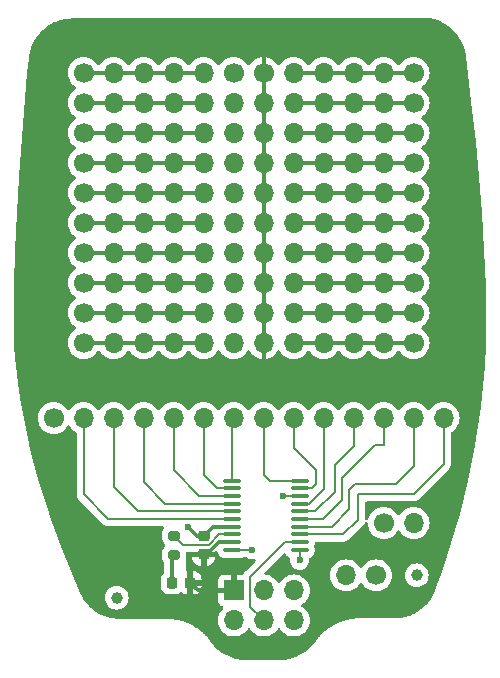
<source format=gbr>
%TF.GenerationSoftware,KiCad,Pcbnew,8.0.5*%
%TF.CreationDate,2024-09-21T17:09:32+02:00*%
%TF.ProjectId,sao_proto,73616f5f-7072-46f7-946f-2e6b69636164,rev?*%
%TF.SameCoordinates,Original*%
%TF.FileFunction,Copper,L1,Top*%
%TF.FilePolarity,Positive*%
%FSLAX46Y46*%
G04 Gerber Fmt 4.6, Leading zero omitted, Abs format (unit mm)*
G04 Created by KiCad (PCBNEW 8.0.5) date 2024-09-21 17:09:32*
%MOMM*%
%LPD*%
G01*
G04 APERTURE LIST*
G04 Aperture macros list*
%AMRoundRect*
0 Rectangle with rounded corners*
0 $1 Rounding radius*
0 $2 $3 $4 $5 $6 $7 $8 $9 X,Y pos of 4 corners*
0 Add a 4 corners polygon primitive as box body*
4,1,4,$2,$3,$4,$5,$6,$7,$8,$9,$2,$3,0*
0 Add four circle primitives for the rounded corners*
1,1,$1+$1,$2,$3*
1,1,$1+$1,$4,$5*
1,1,$1+$1,$6,$7*
1,1,$1+$1,$8,$9*
0 Add four rect primitives between the rounded corners*
20,1,$1+$1,$2,$3,$4,$5,0*
20,1,$1+$1,$4,$5,$6,$7,0*
20,1,$1+$1,$6,$7,$8,$9,0*
20,1,$1+$1,$8,$9,$2,$3,0*%
G04 Aperture macros list end*
%TA.AperFunction,SMDPad,CuDef*%
%ADD10C,1.000000*%
%TD*%
%TA.AperFunction,SMDPad,CuDef*%
%ADD11RoundRect,0.225000X0.250000X-0.225000X0.250000X0.225000X-0.250000X0.225000X-0.250000X-0.225000X0*%
%TD*%
%TA.AperFunction,ComponentPad*%
%ADD12C,1.700000*%
%TD*%
%TA.AperFunction,ComponentPad*%
%ADD13O,1.700000X1.700000*%
%TD*%
%TA.AperFunction,SMDPad,CuDef*%
%ADD14RoundRect,0.100000X-0.637500X-0.100000X0.637500X-0.100000X0.637500X0.100000X-0.637500X0.100000X0*%
%TD*%
%TA.AperFunction,SMDPad,CuDef*%
%ADD15RoundRect,0.218750X-0.218750X-0.256250X0.218750X-0.256250X0.218750X0.256250X-0.218750X0.256250X0*%
%TD*%
%TA.AperFunction,SMDPad,CuDef*%
%ADD16RoundRect,0.200000X0.275000X-0.200000X0.275000X0.200000X-0.275000X0.200000X-0.275000X-0.200000X0*%
%TD*%
%TA.AperFunction,ComponentPad*%
%ADD17R,1.700000X1.700000*%
%TD*%
%TA.AperFunction,ViaPad*%
%ADD18C,0.600000*%
%TD*%
%TA.AperFunction,Conductor*%
%ADD19C,0.304800*%
%TD*%
%TA.AperFunction,Conductor*%
%ADD20C,0.203200*%
%TD*%
%TA.AperFunction,Conductor*%
%ADD21C,0.152400*%
%TD*%
G04 APERTURE END LIST*
D10*
%TO.P,FID2,*%
%TO.N,*%
X157734000Y-120015000D03*
%TD*%
%TO.P,FID1,*%
%TO.N,*%
X132334000Y-121920000D03*
%TD*%
D11*
%TO.P,C1,1*%
%TO.N,VCC*%
X139700000Y-118250000D03*
%TO.P,C1,2*%
%TO.N,GND*%
X139700000Y-116700000D03*
%TD*%
D12*
%TO.P,REF\u002A\u002A,1*%
%TO.N,VCC*%
X144785000Y-77470000D03*
D13*
%TO.P,REF\u002A\u002A,2*%
X144785000Y-80010000D03*
%TO.P,REF\u002A\u002A,3*%
X144785000Y-82550000D03*
%TO.P,REF\u002A\u002A,4*%
X144785000Y-85090000D03*
%TO.P,REF\u002A\u002A,5*%
X144785000Y-87630000D03*
%TO.P,REF\u002A\u002A,6*%
X144785000Y-90170000D03*
%TO.P,REF\u002A\u002A,7*%
X144785000Y-92710000D03*
%TO.P,REF\u002A\u002A,8*%
X144785000Y-95250000D03*
%TO.P,REF\u002A\u002A,9*%
X144785000Y-97790000D03*
%TO.P,REF\u002A\u002A,10*%
X144785000Y-100330000D03*
%TD*%
D12*
%TO.P,REF\u002A\u002A,1*%
%TO.N,N/C*%
X129545000Y-87630000D03*
D13*
%TO.P,REF\u002A\u002A,2*%
X132085000Y-87630000D03*
%TO.P,REF\u002A\u002A,3*%
X134625000Y-87630000D03*
%TO.P,REF\u002A\u002A,4*%
X137165000Y-87630000D03*
%TO.P,REF\u002A\u002A,5*%
X139705000Y-87630000D03*
%TD*%
D12*
%TO.P,REF\u002A\u002A,1*%
%TO.N,N/C*%
X157480000Y-90170000D03*
D13*
%TO.P,REF\u002A\u002A,2*%
X154940000Y-90170000D03*
%TO.P,REF\u002A\u002A,3*%
X152400000Y-90170000D03*
%TO.P,REF\u002A\u002A,4*%
X149860000Y-90170000D03*
%TO.P,REF\u002A\u002A,5*%
X147320000Y-90170000D03*
%TD*%
D12*
%TO.P,REF\u002A\u002A,1*%
%TO.N,row1*%
X129545000Y-77470000D03*
D13*
%TO.P,REF\u002A\u002A,2*%
X132085000Y-77470000D03*
%TO.P,REF\u002A\u002A,3*%
X134625000Y-77470000D03*
%TO.P,REF\u002A\u002A,4*%
X137165000Y-77470000D03*
%TO.P,REF\u002A\u002A,5*%
X139705000Y-77470000D03*
%TD*%
D12*
%TO.P,REF\u002A\u002A,1*%
%TO.N,row11*%
X157480000Y-77470000D03*
D13*
%TO.P,REF\u002A\u002A,2*%
X154940000Y-77470000D03*
%TO.P,REF\u002A\u002A,3*%
X152400000Y-77470000D03*
%TO.P,REF\u002A\u002A,4*%
X149860000Y-77470000D03*
%TO.P,REF\u002A\u002A,5*%
X147320000Y-77470000D03*
%TD*%
D12*
%TO.P,REF\u002A\u002A,1*%
%TO.N,N/C*%
X129545000Y-92710000D03*
D13*
%TO.P,REF\u002A\u002A,2*%
X132085000Y-92710000D03*
%TO.P,REF\u002A\u002A,3*%
X134625000Y-92710000D03*
%TO.P,REF\u002A\u002A,4*%
X137165000Y-92710000D03*
%TO.P,REF\u002A\u002A,5*%
X139705000Y-92710000D03*
%TD*%
D12*
%TO.P,J2,1,Pin_1*%
%TO.N,Net-(J2-Pin_1)*%
X154935000Y-115570000D03*
D13*
%TO.P,J2,2,Pin_2*%
%TO.N,Net-(J1-GPIO1)*%
X157475000Y-115570000D03*
%TD*%
D12*
%TO.P,REF\u002A\u002A,1*%
%TO.N,N/C*%
X157480000Y-80010000D03*
D13*
%TO.P,REF\u002A\u002A,2*%
X154940000Y-80010000D03*
%TO.P,REF\u002A\u002A,3*%
X152400000Y-80010000D03*
%TO.P,REF\u002A\u002A,4*%
X149860000Y-80010000D03*
%TO.P,REF\u002A\u002A,5*%
X147320000Y-80010000D03*
%TD*%
D12*
%TO.P,REF\u002A\u002A,1*%
%TO.N,row2*%
X129545000Y-80010000D03*
D13*
%TO.P,REF\u002A\u002A,2*%
X132085000Y-80010000D03*
%TO.P,REF\u002A\u002A,3*%
X134625000Y-80010000D03*
%TO.P,REF\u002A\u002A,4*%
X137165000Y-80010000D03*
%TO.P,REF\u002A\u002A,5*%
X139705000Y-80010000D03*
%TD*%
D12*
%TO.P,REF\u002A\u002A,1*%
%TO.N,N/C*%
X157480000Y-97790000D03*
D13*
%TO.P,REF\u002A\u002A,2*%
X154940000Y-97790000D03*
%TO.P,REF\u002A\u002A,3*%
X152400000Y-97790000D03*
%TO.P,REF\u002A\u002A,4*%
X149860000Y-97790000D03*
%TO.P,REF\u002A\u002A,5*%
X147320000Y-97790000D03*
%TD*%
D14*
%TO.P,U1,1,PD4*%
%TO.N,/PD4*%
X142125000Y-112010000D03*
%TO.P,U1,2,PD5*%
%TO.N,/PD5*%
X142125000Y-112660000D03*
%TO.P,U1,3,PD6*%
%TO.N,/PD6*%
X142125000Y-113310000D03*
%TO.P,U1,4,PD7*%
%TO.N,/PD7*%
X142125000Y-113960000D03*
%TO.P,U1,5,PA1*%
%TO.N,/PA1*%
X142125000Y-114610000D03*
%TO.P,U1,6,PA2*%
%TO.N,/PA2*%
X142125000Y-115260000D03*
%TO.P,U1,7,VSS*%
%TO.N,GND*%
X142125000Y-115910000D03*
%TO.P,U1,8,PD0*%
%TO.N,Net-(U1-PD0)*%
X142125000Y-116560000D03*
%TO.P,U1,9,VDD*%
%TO.N,VCC*%
X142125000Y-117210000D03*
%TO.P,U1,10,PC0*%
%TO.N,/PC0*%
X142125000Y-117860000D03*
%TO.P,U1,11,PC1*%
%TO.N,Net-(J1-SDA)*%
X147850000Y-117860000D03*
%TO.P,U1,12,PC2*%
%TO.N,Net-(J1-SCL)*%
X147850000Y-117210000D03*
%TO.P,U1,13,PC3*%
%TO.N,/PC3*%
X147850000Y-116560000D03*
%TO.P,U1,14,PC4*%
%TO.N,/PC4*%
X147850000Y-115910000D03*
%TO.P,U1,15,PC5*%
%TO.N,/PC5*%
X147850000Y-115260000D03*
%TO.P,U1,16,PC6*%
%TO.N,/PC6*%
X147850000Y-114610000D03*
%TO.P,U1,17,PC7*%
%TO.N,/PC7*%
X147850000Y-113960000D03*
%TO.P,U1,18,PD1*%
%TO.N,Net-(J2-Pin_1)*%
X147850000Y-113310000D03*
%TO.P,U1,19,PD2*%
%TO.N,/PD2*%
X147850000Y-112660000D03*
%TO.P,U1,20,PD3*%
%TO.N,/PD3*%
X147850000Y-112010000D03*
%TD*%
D15*
%TO.P,D1,1,K*%
%TO.N,Net-(D1-K)*%
X137007500Y-120650000D03*
%TO.P,D1,2,A*%
%TO.N,VCC*%
X138582500Y-120650000D03*
%TD*%
D12*
%TO.P,REF\u002A\u002A,1*%
%TO.N,N/C*%
X129545000Y-100330000D03*
D13*
%TO.P,REF\u002A\u002A,2*%
X132085000Y-100330000D03*
%TO.P,REF\u002A\u002A,3*%
X134625000Y-100330000D03*
%TO.P,REF\u002A\u002A,4*%
X137165000Y-100330000D03*
%TO.P,REF\u002A\u002A,5*%
X139705000Y-100330000D03*
%TD*%
D12*
%TO.P,REF\u002A\u002A,1*%
%TO.N,N/C*%
X129545000Y-97790000D03*
D13*
%TO.P,REF\u002A\u002A,2*%
X132085000Y-97790000D03*
%TO.P,REF\u002A\u002A,3*%
X134625000Y-97790000D03*
%TO.P,REF\u002A\u002A,4*%
X137165000Y-97790000D03*
%TO.P,REF\u002A\u002A,5*%
X139705000Y-97790000D03*
%TD*%
D12*
%TO.P,REF\u002A\u002A,1*%
%TO.N,N/C*%
X157480000Y-87630000D03*
D13*
%TO.P,REF\u002A\u002A,2*%
X154940000Y-87630000D03*
%TO.P,REF\u002A\u002A,3*%
X152400000Y-87630000D03*
%TO.P,REF\u002A\u002A,4*%
X149860000Y-87630000D03*
%TO.P,REF\u002A\u002A,5*%
X147320000Y-87630000D03*
%TD*%
D12*
%TO.P,REF\u002A\u002A,1*%
%TO.N,N/C*%
X157480000Y-82550000D03*
D13*
%TO.P,REF\u002A\u002A,2*%
X154940000Y-82550000D03*
%TO.P,REF\u002A\u002A,3*%
X152400000Y-82550000D03*
%TO.P,REF\u002A\u002A,4*%
X149860000Y-82550000D03*
%TO.P,REF\u002A\u002A,5*%
X147320000Y-82550000D03*
%TD*%
D12*
%TO.P,REF\u002A\u002A,1*%
%TO.N,N/C*%
X129545000Y-95250000D03*
D13*
%TO.P,REF\u002A\u002A,2*%
X132085000Y-95250000D03*
%TO.P,REF\u002A\u002A,3*%
X134625000Y-95250000D03*
%TO.P,REF\u002A\u002A,4*%
X137165000Y-95250000D03*
%TO.P,REF\u002A\u002A,5*%
X139705000Y-95250000D03*
%TD*%
D12*
%TO.P,REF\u002A\u002A,1*%
%TO.N,GND*%
X142245000Y-77470000D03*
D13*
%TO.P,REF\u002A\u002A,2*%
X142245000Y-80010000D03*
%TO.P,REF\u002A\u002A,3*%
X142245000Y-82550000D03*
%TO.P,REF\u002A\u002A,4*%
X142245000Y-85090000D03*
%TO.P,REF\u002A\u002A,5*%
X142245000Y-87630000D03*
%TO.P,REF\u002A\u002A,6*%
X142245000Y-90170000D03*
%TO.P,REF\u002A\u002A,7*%
X142245000Y-92710000D03*
%TO.P,REF\u002A\u002A,8*%
X142245000Y-95250000D03*
%TO.P,REF\u002A\u002A,9*%
X142245000Y-97790000D03*
%TO.P,REF\u002A\u002A,10*%
X142245000Y-100330000D03*
%TD*%
D12*
%TO.P,REF\u002A\u002A,1*%
%TO.N,N/C*%
X157480000Y-95250000D03*
D13*
%TO.P,REF\u002A\u002A,2*%
X154940000Y-95250000D03*
%TO.P,REF\u002A\u002A,3*%
X152400000Y-95250000D03*
%TO.P,REF\u002A\u002A,4*%
X149860000Y-95250000D03*
%TO.P,REF\u002A\u002A,5*%
X147320000Y-95250000D03*
%TD*%
D12*
%TO.P,REF\u002A\u002A,1*%
%TO.N,N/C*%
X157480000Y-100330000D03*
D13*
%TO.P,REF\u002A\u002A,2*%
X154940000Y-100330000D03*
%TO.P,REF\u002A\u002A,3*%
X152400000Y-100330000D03*
%TO.P,REF\u002A\u002A,4*%
X149860000Y-100330000D03*
%TO.P,REF\u002A\u002A,5*%
X147320000Y-100330000D03*
%TD*%
D12*
%TO.P,J4,1,Pin_1*%
%TO.N,/PC0*%
X127000000Y-106680000D03*
D13*
%TO.P,J4,2,Pin_2*%
%TO.N,/PA2*%
X129540000Y-106680000D03*
%TO.P,J4,3,Pin_3*%
%TO.N,/PA1*%
X132080000Y-106680000D03*
%TO.P,J4,4,Pin_4*%
%TO.N,/PD7*%
X134620000Y-106680000D03*
%TO.P,J4,5,Pin_5*%
%TO.N,/PD6*%
X137160000Y-106680000D03*
%TO.P,J4,6,Pin_6*%
%TO.N,/PD5*%
X139700000Y-106680000D03*
%TO.P,J4,7,Pin_7*%
%TO.N,/PD4*%
X142240000Y-106680000D03*
%TO.P,J4,8,Pin_8*%
%TO.N,/PD3*%
X144780000Y-106680000D03*
%TO.P,J4,9,Pin_9*%
%TO.N,/PD2*%
X147320000Y-106680000D03*
%TO.P,J4,10,Pin_10*%
%TO.N,/PC7*%
X149860000Y-106680000D03*
%TO.P,J4,11,Pin_11*%
%TO.N,/PC6*%
X152400000Y-106680000D03*
%TO.P,J4,12,Pin_12*%
%TO.N,/PC5*%
X154940000Y-106680000D03*
%TO.P,J4,13,Pin_13*%
%TO.N,/PC4*%
X157480000Y-106680000D03*
%TO.P,J4,14,Pin_14*%
%TO.N,/PC3*%
X160020000Y-106680000D03*
%TD*%
D12*
%TO.P,REF\u002A\u002A,1*%
%TO.N,row3*%
X129545000Y-82550000D03*
D13*
%TO.P,REF\u002A\u002A,2*%
X132085000Y-82550000D03*
%TO.P,REF\u002A\u002A,3*%
X134625000Y-82550000D03*
%TO.P,REF\u002A\u002A,4*%
X137165000Y-82550000D03*
%TO.P,REF\u002A\u002A,5*%
X139705000Y-82550000D03*
%TD*%
D16*
%TO.P,R2,1*%
%TO.N,Net-(D1-K)*%
X137160000Y-118300000D03*
%TO.P,R2,2*%
%TO.N,Net-(U1-PD0)*%
X137160000Y-116650000D03*
%TD*%
D12*
%TO.P,REF\u002A\u002A,1*%
%TO.N,N/C*%
X129545000Y-85090000D03*
D13*
%TO.P,REF\u002A\u002A,2*%
X132085000Y-85090000D03*
%TO.P,REF\u002A\u002A,3*%
X134625000Y-85090000D03*
%TO.P,REF\u002A\u002A,4*%
X137165000Y-85090000D03*
%TO.P,REF\u002A\u002A,5*%
X139705000Y-85090000D03*
%TD*%
D12*
%TO.P,REF\u002A\u002A,1*%
%TO.N,N/C*%
X157480000Y-85090000D03*
D13*
%TO.P,REF\u002A\u002A,2*%
X154940000Y-85090000D03*
%TO.P,REF\u002A\u002A,3*%
X152400000Y-85090000D03*
%TO.P,REF\u002A\u002A,4*%
X149860000Y-85090000D03*
%TO.P,REF\u002A\u002A,5*%
X147320000Y-85090000D03*
%TD*%
D12*
%TO.P,REF\u002A\u002A,1*%
%TO.N,N/C*%
X157480000Y-92710000D03*
D13*
%TO.P,REF\u002A\u002A,2*%
X154940000Y-92710000D03*
%TO.P,REF\u002A\u002A,3*%
X152400000Y-92710000D03*
%TO.P,REF\u002A\u002A,4*%
X149860000Y-92710000D03*
%TO.P,REF\u002A\u002A,5*%
X147320000Y-92710000D03*
%TD*%
D12*
%TO.P,J3,1,Pin_1*%
%TO.N,Net-(J1-GPIO2)*%
X154310000Y-120015000D03*
D13*
%TO.P,J3,2,Pin_2*%
%TO.N,Net-(J1-GPIO1)*%
X151770000Y-120015000D03*
%TD*%
D12*
%TO.P,REF\u002A\u002A,1*%
%TO.N,N/C*%
X129545000Y-90170000D03*
D13*
%TO.P,REF\u002A\u002A,2*%
X132085000Y-90170000D03*
%TO.P,REF\u002A\u002A,3*%
X134625000Y-90170000D03*
%TO.P,REF\u002A\u002A,4*%
X137165000Y-90170000D03*
%TO.P,REF\u002A\u002A,5*%
X139705000Y-90170000D03*
%TD*%
D17*
%TO.P,J1,1,VCC*%
%TO.N,VCC*%
X142260000Y-121300000D03*
D13*
%TO.P,J1,2,GND*%
%TO.N,GND*%
X142260000Y-123840000D03*
%TO.P,J1,3,SDA*%
%TO.N,Net-(J1-SDA)*%
X144800000Y-121300000D03*
%TO.P,J1,4,SCL*%
%TO.N,Net-(J1-SCL)*%
X144800000Y-123840000D03*
%TO.P,J1,5,GPIO1*%
%TO.N,Net-(J1-GPIO1)*%
X147340000Y-121300000D03*
%TO.P,J1,6,GPIO2*%
%TO.N,Net-(J1-GPIO2)*%
X147340000Y-123840000D03*
%TD*%
D18*
%TO.N,GND*%
X138404600Y-115925600D03*
%TO.N,Net-(J1-SDA)*%
X147828000Y-118745000D03*
%TO.N,Net-(J2-Pin_1)*%
X146431000Y-113284000D03*
%TO.N,/PC0*%
X143789400Y-117856000D03*
%TD*%
D19*
%TO.N,*%
X152400000Y-92710000D02*
X149860000Y-92710000D01*
X129545000Y-97790000D02*
X132085000Y-97790000D01*
X157480000Y-97790000D02*
X154940000Y-97790000D01*
X134625000Y-97790000D02*
X137165000Y-97790000D01*
X154940000Y-82550000D02*
X152400000Y-82550000D01*
X147320000Y-87630000D02*
X149860000Y-87630000D01*
X147320000Y-80010000D02*
X149860000Y-80010000D01*
X132085000Y-92710000D02*
X134625000Y-92710000D01*
X139705000Y-95250000D02*
X137165000Y-95250000D01*
X152400000Y-87630000D02*
X149860000Y-87630000D01*
X137165000Y-95250000D02*
X134625000Y-95250000D01*
X149860000Y-95250000D02*
X152400000Y-95250000D01*
X154940000Y-85090000D02*
X157480000Y-85090000D01*
X147320000Y-100330000D02*
X149860000Y-100330000D01*
X152400000Y-95250000D02*
X154940000Y-95250000D01*
X132085000Y-90170000D02*
X129545000Y-90170000D01*
X154940000Y-95250000D02*
X157480000Y-95250000D01*
X132085000Y-95250000D02*
X129545000Y-95250000D01*
X139705000Y-90170000D02*
X137165000Y-90170000D01*
X149860000Y-92710000D02*
X147320000Y-92710000D01*
X152400000Y-100330000D02*
X154940000Y-100330000D01*
X129545000Y-87630000D02*
X132085000Y-87630000D01*
X129545000Y-92710000D02*
X132085000Y-92710000D01*
X137165000Y-85090000D02*
X134625000Y-85090000D01*
X132085000Y-85090000D02*
X129545000Y-85090000D01*
X152400000Y-97790000D02*
X154940000Y-97790000D01*
X157480000Y-92710000D02*
X154940000Y-92710000D01*
X137165000Y-100330000D02*
X134625000Y-100330000D01*
X137165000Y-87630000D02*
X139705000Y-87630000D01*
X134625000Y-90170000D02*
X132085000Y-90170000D01*
X154940000Y-92710000D02*
X152400000Y-92710000D01*
X134625000Y-87630000D02*
X137165000Y-87630000D01*
X132085000Y-87630000D02*
X134625000Y-87630000D01*
X132085000Y-97790000D02*
X134625000Y-97790000D01*
X154940000Y-80010000D02*
X157480000Y-80010000D01*
X154940000Y-100330000D02*
X157480000Y-100330000D01*
X154940000Y-87630000D02*
X152400000Y-87630000D01*
X147320000Y-95250000D02*
X149860000Y-95250000D01*
X134625000Y-85090000D02*
X132085000Y-85090000D01*
X139705000Y-100330000D02*
X137165000Y-100330000D01*
X149860000Y-97790000D02*
X147320000Y-97790000D01*
X134625000Y-95250000D02*
X132085000Y-95250000D01*
X149860000Y-85090000D02*
X152400000Y-85090000D01*
X139705000Y-85090000D02*
X137165000Y-85090000D01*
X152400000Y-80010000D02*
X154940000Y-80010000D01*
X157480000Y-82550000D02*
X154940000Y-82550000D01*
X132085000Y-100330000D02*
X129545000Y-100330000D01*
X134625000Y-100330000D02*
X132085000Y-100330000D01*
X149860000Y-82550000D02*
X147320000Y-82550000D01*
X154940000Y-90170000D02*
X157480000Y-90170000D01*
X157480000Y-87630000D02*
X154940000Y-87630000D01*
X152400000Y-85090000D02*
X154940000Y-85090000D01*
X149860000Y-100330000D02*
X152400000Y-100330000D01*
X147320000Y-90170000D02*
X149860000Y-90170000D01*
X137165000Y-97790000D02*
X139705000Y-97790000D01*
X152400000Y-82550000D02*
X149860000Y-82550000D01*
X152400000Y-97790000D02*
X149860000Y-97790000D01*
X149860000Y-80010000D02*
X152400000Y-80010000D01*
X147320000Y-85090000D02*
X149860000Y-85090000D01*
X137165000Y-92710000D02*
X139705000Y-92710000D01*
X134625000Y-92710000D02*
X137165000Y-92710000D01*
X137165000Y-90170000D02*
X134625000Y-90170000D01*
X152400000Y-90170000D02*
X149860000Y-90170000D01*
X152400000Y-90170000D02*
X154940000Y-90170000D01*
%TO.N,GND*%
X140490000Y-115910000D02*
X139700000Y-116700000D01*
X139179000Y-116700000D02*
X138404600Y-115925600D01*
X142125000Y-115910000D02*
X140490000Y-115910000D01*
X139179000Y-116700000D02*
X139700000Y-116700000D01*
%TO.N,VCC*%
X144785000Y-85090000D02*
X144785000Y-82550000D01*
X142260000Y-121300000D02*
X139232500Y-121300000D01*
X144785000Y-87630000D02*
X144785000Y-85090000D01*
X144785000Y-97790000D02*
X144785000Y-95250000D01*
X144785000Y-102925800D02*
X144805400Y-102946200D01*
X144785000Y-74528600D02*
X144729200Y-74472800D01*
X144785000Y-100330000D02*
X144785000Y-97790000D01*
X144785000Y-77470000D02*
X144785000Y-74528600D01*
X144785000Y-95250000D02*
X144785000Y-92710000D01*
X144785000Y-102925800D02*
X144805400Y-102946200D01*
X144785000Y-100330000D02*
X144785000Y-102925800D01*
X144785000Y-92710000D02*
X144785000Y-90170000D01*
X139946170Y-118250000D02*
X139700000Y-118250000D01*
X144785000Y-90170000D02*
X144785000Y-87630000D01*
X140986170Y-117210000D02*
X139946170Y-118250000D01*
X144785000Y-80010000D02*
X144785000Y-77470000D01*
X144785000Y-82550000D02*
X144785000Y-80010000D01*
X142125000Y-117210000D02*
X140986170Y-117210000D01*
X139232500Y-121300000D02*
X138582500Y-120650000D01*
%TO.N,Net-(D1-K)*%
X137007500Y-120650000D02*
X137007500Y-118452500D01*
X137007500Y-118452500D02*
X137160000Y-118300000D01*
D20*
%TO.N,Net-(J1-SCL)*%
X147850000Y-117210000D02*
X146569000Y-117210000D01*
X146569000Y-117210000D02*
X143637000Y-120142000D01*
X143637000Y-120142000D02*
X143637000Y-122677000D01*
X143637000Y-122677000D02*
X144800000Y-123840000D01*
%TO.N,Net-(J1-SDA)*%
X147850000Y-118723000D02*
X147828000Y-118745000D01*
X147850000Y-117860000D02*
X147850000Y-118723000D01*
D21*
%TO.N,Net-(J1-GPIO2)*%
X147340000Y-123840000D02*
X147609000Y-123571000D01*
D20*
%TO.N,Net-(J2-Pin_1)*%
X146431000Y-113284000D02*
X147824000Y-113284000D01*
X147824000Y-113284000D02*
X147850000Y-113310000D01*
%TO.N,/PC0*%
X143789400Y-117856000D02*
X142129000Y-117856000D01*
X142129000Y-117856000D02*
X142125000Y-117860000D01*
D21*
%TO.N,Net-(U1-PD0)*%
X140163838Y-117426200D02*
X137936200Y-117426200D01*
X140163838Y-117426200D02*
X141030038Y-116560000D01*
X141030038Y-116560000D02*
X142125000Y-116560000D01*
X137936200Y-117426200D02*
X137160000Y-116650000D01*
D20*
%TO.N,/PA1*%
X142125000Y-114610000D02*
X134168000Y-114610000D01*
X134168000Y-114610000D02*
X132080000Y-112522000D01*
X132080000Y-112522000D02*
X132080000Y-106680000D01*
%TO.N,/PA2*%
X142125000Y-115260000D02*
X131643000Y-115260000D01*
X131643000Y-115260000D02*
X129540000Y-113157000D01*
X129540000Y-113157000D02*
X129540000Y-106680000D01*
%TO.N,/PD5*%
X139700000Y-111506000D02*
X139700000Y-106680000D01*
X142125000Y-112660000D02*
X141387501Y-112660000D01*
X141376501Y-112649000D02*
X140843000Y-112649000D01*
X140843000Y-112649000D02*
X139700000Y-111506000D01*
X141387501Y-112660000D02*
X141376501Y-112649000D01*
%TO.N,/PD4*%
X142125000Y-106795000D02*
X142240000Y-106680000D01*
X142125000Y-112010000D02*
X142125000Y-106795000D01*
%TO.N,/PD7*%
X142125000Y-113960000D02*
X136439000Y-113960000D01*
X134620000Y-112141000D02*
X134620000Y-106680000D01*
X136439000Y-113960000D02*
X134620000Y-112141000D01*
%TO.N,/PD6*%
X137160000Y-111125000D02*
X137160000Y-106680000D01*
X142125000Y-113310000D02*
X139345000Y-113310000D01*
X139345000Y-113310000D02*
X137160000Y-111125000D01*
%TO.N,/PD2*%
X149225000Y-111125000D02*
X147320000Y-109220000D01*
X147850000Y-112660000D02*
X148833000Y-112660000D01*
X149225000Y-112268000D02*
X149225000Y-111125000D01*
X147320000Y-109220000D02*
X147320000Y-106680000D01*
X148833000Y-112660000D02*
X149225000Y-112268000D01*
%TO.N,/PD3*%
X145284000Y-112010000D02*
X144780000Y-111506000D01*
X144780000Y-111506000D02*
X144780000Y-106680000D01*
X147850000Y-112010000D02*
X145284000Y-112010000D01*
%TO.N,/PC7*%
X148587499Y-113960000D02*
X149860000Y-112687499D01*
X149860000Y-112687499D02*
X149860000Y-106680000D01*
X147850000Y-113960000D02*
X148587499Y-113960000D01*
%TO.N,/PC5*%
X154178000Y-108966000D02*
X154940000Y-108966000D01*
X149789000Y-115260000D02*
X151384000Y-113665000D01*
X154940000Y-108966000D02*
X154940000Y-106680000D01*
X151384000Y-111760000D02*
X154178000Y-108966000D01*
X151384000Y-113665000D02*
X151384000Y-111760000D01*
X147850000Y-115260000D02*
X149789000Y-115260000D01*
%TO.N,/PC4*%
X152527000Y-112268000D02*
X155956000Y-112268000D01*
X152019000Y-112776000D02*
X152527000Y-112268000D01*
X157480000Y-110744000D02*
X157480000Y-106680000D01*
X155956000Y-112268000D02*
X157480000Y-110744000D01*
X152019000Y-114427000D02*
X152019000Y-112776000D01*
X147850000Y-115910000D02*
X150536000Y-115910000D01*
X150536000Y-115910000D02*
X152019000Y-114427000D01*
%TO.N,/PC6*%
X152400000Y-109093000D02*
X152400000Y-106680000D01*
X147850000Y-114610000D02*
X149169000Y-114610000D01*
X150812500Y-112966500D02*
X150812500Y-110680500D01*
X149169000Y-114610000D02*
X150812500Y-112966500D01*
X150812500Y-110680500D02*
X152400000Y-109093000D01*
%TO.N,/PC3*%
X157480000Y-113157000D02*
X160020000Y-110617000D01*
X160020000Y-110617000D02*
X160020000Y-106680000D01*
X152781000Y-113157000D02*
X157480000Y-113157000D01*
X152781000Y-115316000D02*
X152781000Y-113157000D01*
X151537000Y-116560000D02*
X152781000Y-115316000D01*
X147850000Y-116560000D02*
X151537000Y-116560000D01*
D19*
%TO.N,row1*%
X137165000Y-77470000D02*
X139705000Y-77470000D01*
X129545000Y-77470000D02*
X132085000Y-77470000D01*
X134625000Y-77470000D02*
X137165000Y-77470000D01*
X132085000Y-77470000D02*
X134625000Y-77470000D01*
%TO.N,row2*%
X139705000Y-80010000D02*
X137165000Y-80010000D01*
X132085000Y-80010000D02*
X129545000Y-80010000D01*
X137165000Y-80010000D02*
X134625000Y-80010000D01*
X134625000Y-80010000D02*
X132085000Y-80010000D01*
%TO.N,row3*%
X132085000Y-82550000D02*
X134625000Y-82550000D01*
X134625000Y-82550000D02*
X137165000Y-82550000D01*
X137165000Y-82550000D02*
X139705000Y-82550000D01*
X129545000Y-82550000D02*
X132085000Y-82550000D01*
%TO.N,row11*%
X149860000Y-77470000D02*
X147320000Y-77470000D01*
X154940000Y-77470000D02*
X152400000Y-77470000D01*
X152400000Y-77470000D02*
X149860000Y-77470000D01*
X157480000Y-77470000D02*
X154940000Y-77470000D01*
%TD*%
%TA.AperFunction,Conductor*%
%TO.N,VCC*%
G36*
X158261471Y-72790400D02*
G01*
X158266612Y-72790508D01*
X158434480Y-72794043D01*
X158440355Y-72794308D01*
X158603851Y-72805602D01*
X158609690Y-72806146D01*
X158771141Y-72825079D01*
X158776965Y-72825903D01*
X158936229Y-72852306D01*
X158941920Y-72853389D01*
X159098921Y-72887114D01*
X159104525Y-72888456D01*
X159259078Y-72929343D01*
X159264612Y-72930947D01*
X159416516Y-72978828D01*
X159421923Y-72980671D01*
X159571114Y-73035429D01*
X159576368Y-73037496D01*
X159722626Y-73098966D01*
X159727770Y-73101268D01*
X159870889Y-73169287D01*
X159875892Y-73171806D01*
X159970664Y-73222254D01*
X160015713Y-73246234D01*
X160020598Y-73248978D01*
X160156936Y-73329660D01*
X160161655Y-73332598D01*
X160227761Y-73375843D01*
X160294328Y-73419390D01*
X160298868Y-73422506D01*
X160427711Y-73515270D01*
X160432069Y-73518557D01*
X160556861Y-73617122D01*
X160561073Y-73620603D01*
X160678918Y-73722479D01*
X160681544Y-73724749D01*
X160685601Y-73728415D01*
X160698490Y-73740593D01*
X160801620Y-73838032D01*
X160805508Y-73841871D01*
X160916882Y-73956799D01*
X160920580Y-73960787D01*
X161027061Y-74080812D01*
X161030576Y-74084953D01*
X161132028Y-74209975D01*
X161135369Y-74214283D01*
X161231536Y-74344059D01*
X161234686Y-74348512D01*
X161325398Y-74482904D01*
X161328354Y-74487498D01*
X161413416Y-74626337D01*
X161416164Y-74631054D01*
X161419241Y-74636612D01*
X161495410Y-74774219D01*
X161497959Y-74779074D01*
X161571164Y-74926341D01*
X161573502Y-74931318D01*
X161640505Y-75082586D01*
X161642625Y-75087676D01*
X161703202Y-75242709D01*
X161705099Y-75247903D01*
X161759103Y-75406652D01*
X161760771Y-75411940D01*
X161807990Y-75574204D01*
X161809423Y-75579575D01*
X161849669Y-75745217D01*
X161850863Y-75750658D01*
X161883950Y-75919584D01*
X161884899Y-75925083D01*
X161911302Y-76101676D01*
X161911802Y-76105404D01*
X162448797Y-80631863D01*
X162448992Y-80633613D01*
X162730961Y-83338109D01*
X162731103Y-83339560D01*
X163000175Y-86252171D01*
X163000321Y-86253880D01*
X163239945Y-89308381D01*
X163240088Y-89310421D01*
X163433810Y-92441113D01*
X163433939Y-92443587D01*
X163565382Y-95585065D01*
X163565472Y-95588126D01*
X163618313Y-98674137D01*
X163618318Y-98678071D01*
X163591888Y-100488015D01*
X163591759Y-100492127D01*
X163506736Y-102269962D01*
X163506491Y-102273832D01*
X163368466Y-104016017D01*
X163368124Y-104019655D01*
X163182739Y-105721189D01*
X163182318Y-105724605D01*
X162955228Y-107380579D01*
X162954745Y-107383787D01*
X162692154Y-108986026D01*
X162691351Y-108990428D01*
X162078765Y-112035276D01*
X162077574Y-112040591D01*
X161389731Y-114821661D01*
X161388472Y-114826356D01*
X160670129Y-117308885D01*
X160668846Y-117313042D01*
X159965698Y-119458133D01*
X159964423Y-119461826D01*
X159322782Y-121229136D01*
X159321274Y-121233078D01*
X159268050Y-121365447D01*
X159266258Y-121369676D01*
X159209002Y-121498115D01*
X159207056Y-121502271D01*
X159145554Y-121627550D01*
X159143457Y-121631630D01*
X159077809Y-121753719D01*
X159075564Y-121757716D01*
X159005888Y-121876545D01*
X159003498Y-121880453D01*
X158929924Y-121995932D01*
X158927393Y-121999748D01*
X158850001Y-122111859D01*
X158847340Y-122115564D01*
X158774015Y-122213824D01*
X158766320Y-122224135D01*
X158763517Y-122227750D01*
X158678867Y-122332861D01*
X158675933Y-122336370D01*
X158587889Y-122437798D01*
X158584828Y-122441196D01*
X158493427Y-122538963D01*
X158490242Y-122542246D01*
X158395630Y-122636245D01*
X158392322Y-122639412D01*
X158294620Y-122729562D01*
X158291197Y-122732606D01*
X158191465Y-122818029D01*
X158190518Y-122818840D01*
X158186975Y-122821762D01*
X158083403Y-122904025D01*
X158079753Y-122906815D01*
X157973477Y-122984985D01*
X157969715Y-122987646D01*
X157860778Y-123061697D01*
X157856910Y-123064223D01*
X157745487Y-123134042D01*
X157741516Y-123136427D01*
X157627664Y-123201978D01*
X157623594Y-123204221D01*
X157507498Y-123265390D01*
X157503332Y-123267486D01*
X157385045Y-123324233D01*
X157380786Y-123326178D01*
X157260455Y-123378413D01*
X157256111Y-123380202D01*
X157133846Y-123427857D01*
X157129416Y-123429487D01*
X157005283Y-123472504D01*
X157000776Y-123473970D01*
X156874953Y-123512253D01*
X156870373Y-123513551D01*
X156742904Y-123547047D01*
X156738258Y-123548173D01*
X156609223Y-123576814D01*
X156604519Y-123577763D01*
X156474092Y-123601458D01*
X156469336Y-123602227D01*
X156337542Y-123620915D01*
X156332742Y-123621500D01*
X156199733Y-123635096D01*
X156194899Y-123635495D01*
X156060704Y-123643926D01*
X156055844Y-123644136D01*
X155914943Y-123647449D01*
X155912310Y-123647483D01*
X152971650Y-123654177D01*
X152957876Y-123652609D01*
X152957813Y-123653254D01*
X152949724Y-123652457D01*
X152949723Y-123652457D01*
X152893352Y-123654298D01*
X152889589Y-123654364D01*
X152833175Y-123654493D01*
X152825127Y-123655571D01*
X152825041Y-123654930D01*
X152811332Y-123656977D01*
X152710031Y-123660287D01*
X152684935Y-123658554D01*
X152682749Y-123658177D01*
X152635369Y-123662513D01*
X152628120Y-123662963D01*
X152580539Y-123664517D01*
X152578398Y-123665167D01*
X152553726Y-123669983D01*
X152445368Y-123679899D01*
X152420189Y-123679636D01*
X152418056Y-123679395D01*
X152370900Y-123686501D01*
X152363730Y-123687369D01*
X152316260Y-123691714D01*
X152316257Y-123691715D01*
X152314247Y-123692456D01*
X152289862Y-123698715D01*
X152183488Y-123714746D01*
X152158304Y-123715950D01*
X152156255Y-123715839D01*
X152156253Y-123715839D01*
X152109504Y-123725685D01*
X152102431Y-123726962D01*
X152055201Y-123734081D01*
X152053312Y-123734905D01*
X152029303Y-123742580D01*
X151924992Y-123764553D01*
X151899887Y-123767215D01*
X151897923Y-123767222D01*
X151851759Y-123779769D01*
X151844798Y-123781447D01*
X151797958Y-123791314D01*
X151797952Y-123791316D01*
X151796196Y-123792207D01*
X151772640Y-123801271D01*
X151670472Y-123829039D01*
X151645527Y-123833148D01*
X151643657Y-123833262D01*
X151643648Y-123833264D01*
X151598180Y-123848474D01*
X151591370Y-123850537D01*
X151545104Y-123863113D01*
X151545100Y-123863115D01*
X151543479Y-123864059D01*
X151520446Y-123874482D01*
X151493355Y-123883546D01*
X151420497Y-123907921D01*
X151395802Y-123913459D01*
X151394012Y-123913671D01*
X151394011Y-123913672D01*
X151349407Y-123931491D01*
X151342750Y-123933932D01*
X151297217Y-123949166D01*
X151297212Y-123949168D01*
X151295722Y-123950155D01*
X151273295Y-123961898D01*
X151175633Y-124000914D01*
X151151258Y-124007862D01*
X151149568Y-124008161D01*
X151149563Y-124008162D01*
X151106000Y-124028516D01*
X151099521Y-124031321D01*
X151093038Y-124033911D01*
X151054857Y-124049164D01*
X151054854Y-124049166D01*
X151053463Y-124050206D01*
X151031729Y-124063216D01*
X150936462Y-124107727D01*
X150912504Y-124116057D01*
X150910883Y-124116440D01*
X150868475Y-124139271D01*
X150862187Y-124142429D01*
X150818571Y-124162808D01*
X150817294Y-124163882D01*
X150796312Y-124178124D01*
X150703536Y-124228075D01*
X150680071Y-124237757D01*
X150678515Y-124238220D01*
X150678512Y-124238221D01*
X150637439Y-124263435D01*
X150631352Y-124266938D01*
X150588921Y-124289783D01*
X150588916Y-124289787D01*
X150587737Y-124290898D01*
X150567583Y-124306316D01*
X150477405Y-124361674D01*
X150454512Y-124372674D01*
X150454104Y-124372821D01*
X150453023Y-124373210D01*
X150413403Y-124400730D01*
X150407540Y-124404561D01*
X150366439Y-124429793D01*
X150366436Y-124429795D01*
X150365350Y-124430942D01*
X150346090Y-124447486D01*
X150258636Y-124508233D01*
X150236390Y-124520515D01*
X150234963Y-124521121D01*
X150234962Y-124521121D01*
X150196959Y-124550833D01*
X150191329Y-124554984D01*
X150151682Y-124582524D01*
X150150674Y-124583717D01*
X150132369Y-124601331D01*
X150082632Y-124640218D01*
X150047792Y-124667457D01*
X150026281Y-124680971D01*
X150024892Y-124681656D01*
X150024887Y-124681659D01*
X149988609Y-124713477D01*
X149983224Y-124717938D01*
X149945184Y-124747679D01*
X149944254Y-124748915D01*
X149926968Y-124767539D01*
X149845414Y-124839066D01*
X149824696Y-124853774D01*
X149823355Y-124854531D01*
X149823350Y-124854535D01*
X149788920Y-124888352D01*
X149783796Y-124893108D01*
X149747499Y-124924943D01*
X149747488Y-124924955D01*
X149746632Y-124926237D01*
X149730427Y-124945802D01*
X149691254Y-124984277D01*
X149663291Y-125011742D01*
X149652081Y-125022752D01*
X149632216Y-125038610D01*
X149630928Y-125039437D01*
X149630923Y-125039440D01*
X149598440Y-125075158D01*
X149593599Y-125080189D01*
X149559152Y-125114024D01*
X149558371Y-125115351D01*
X149543292Y-125135803D01*
X149468338Y-125218225D01*
X149449407Y-125235172D01*
X149448159Y-125236076D01*
X149448146Y-125236088D01*
X149417737Y-125273573D01*
X149413181Y-125278876D01*
X149380713Y-125314579D01*
X149380709Y-125314585D01*
X149380000Y-125315960D01*
X149366101Y-125337224D01*
X149298893Y-125420071D01*
X149288291Y-125430482D01*
X149288592Y-125430778D01*
X149282894Y-125436574D01*
X149249936Y-125480295D01*
X149247220Y-125483769D01*
X149212698Y-125526325D01*
X149208449Y-125533247D01*
X149208089Y-125533026D01*
X149200539Y-125545826D01*
X149057045Y-125736186D01*
X149054444Y-125739517D01*
X148934029Y-125888407D01*
X148919818Y-125905978D01*
X148915241Y-125911319D01*
X148777396Y-126063262D01*
X148772527Y-126068333D01*
X148627426Y-126211105D01*
X148622281Y-126215888D01*
X148470360Y-126349306D01*
X148464952Y-126353790D01*
X148306680Y-126477640D01*
X148301025Y-126481813D01*
X148136768Y-126595956D01*
X148130877Y-126599806D01*
X147961169Y-126703981D01*
X147955059Y-126707497D01*
X147780264Y-126801559D01*
X147773945Y-126804730D01*
X147594546Y-126888456D01*
X147588035Y-126891271D01*
X147404436Y-126964484D01*
X147397746Y-126966931D01*
X147210424Y-127029421D01*
X147203570Y-127031490D01*
X147012903Y-127083079D01*
X147005906Y-127084756D01*
X146812316Y-127125251D01*
X146805193Y-127126525D01*
X146609143Y-127155723D01*
X146601915Y-127156584D01*
X146403702Y-127174299D01*
X146396397Y-127174735D01*
X146186481Y-127181058D01*
X146183094Y-127181114D01*
X143295336Y-127189163D01*
X143291536Y-127189115D01*
X143073046Y-127183027D01*
X143065479Y-127182584D01*
X142858598Y-127164123D01*
X142851111Y-127163225D01*
X142646680Y-127132367D01*
X142639300Y-127131024D01*
X142437656Y-127087978D01*
X142430417Y-127086203D01*
X142338162Y-127060623D01*
X142232060Y-127031203D01*
X142224971Y-127029006D01*
X142030378Y-126962278D01*
X142023465Y-126959675D01*
X141833039Y-126881416D01*
X141826322Y-126878420D01*
X141815248Y-126873081D01*
X141640549Y-126788854D01*
X141634046Y-126785478D01*
X141453423Y-126684833D01*
X141447147Y-126681089D01*
X141272114Y-126569562D01*
X141266080Y-126565463D01*
X141189145Y-126509822D01*
X141097163Y-126443298D01*
X141091401Y-126438867D01*
X140929034Y-126306247D01*
X140923534Y-126301479D01*
X140768257Y-126158668D01*
X140763048Y-126153587D01*
X140615279Y-126000737D01*
X140610398Y-125995383D01*
X140470635Y-125832712D01*
X140466064Y-125827064D01*
X140323975Y-125640574D01*
X140323832Y-125640386D01*
X140280157Y-125582837D01*
X140209792Y-125490118D01*
X140196720Y-125468692D01*
X140195702Y-125466565D01*
X140195701Y-125466564D01*
X140195701Y-125466563D01*
X140164830Y-125430518D01*
X140160235Y-125424819D01*
X140131556Y-125387029D01*
X140131551Y-125387024D01*
X140129682Y-125385574D01*
X140111516Y-125368265D01*
X140031052Y-125274312D01*
X140016738Y-125253694D01*
X140015598Y-125251634D01*
X139982654Y-125217471D01*
X139977733Y-125212057D01*
X139946860Y-125176009D01*
X139946861Y-125176009D01*
X139944916Y-125174677D01*
X139925754Y-125158465D01*
X139841176Y-125070755D01*
X139825670Y-125051015D01*
X139824414Y-125049031D01*
X139824412Y-125049029D01*
X139789499Y-125016856D01*
X139784286Y-125011760D01*
X139751326Y-124977580D01*
X139751325Y-124977579D01*
X139751324Y-124977578D01*
X139749315Y-124976369D01*
X139729226Y-124961312D01*
X139640773Y-124879799D01*
X139624129Y-124861005D01*
X139622762Y-124859103D01*
X139605098Y-124844655D01*
X139586001Y-124829033D01*
X139580511Y-124824266D01*
X139545587Y-124792082D01*
X139545584Y-124792080D01*
X139543503Y-124790989D01*
X139522568Y-124777146D01*
X139430468Y-124701810D01*
X139412746Y-124684031D01*
X139411265Y-124682209D01*
X139372817Y-124654374D01*
X139367022Y-124649912D01*
X139330281Y-124619858D01*
X139330282Y-124619858D01*
X139328135Y-124618890D01*
X139306419Y-124606305D01*
X139288684Y-124593466D01*
X139210867Y-124537130D01*
X139192132Y-124520431D01*
X139190537Y-124518689D01*
X139190536Y-124518688D01*
X139165926Y-124502998D01*
X139150524Y-124493178D01*
X139144473Y-124489063D01*
X139106041Y-124461241D01*
X139106039Y-124461240D01*
X139103823Y-124460393D01*
X139081410Y-124449115D01*
X139078855Y-124447486D01*
X138982598Y-124386118D01*
X138962915Y-124370558D01*
X138961202Y-124368896D01*
X138961200Y-124368894D01*
X138919780Y-124345810D01*
X138913489Y-124342056D01*
X138873492Y-124316557D01*
X138871212Y-124315838D01*
X138848175Y-124305904D01*
X138746268Y-124249109D01*
X138725718Y-124234755D01*
X138723876Y-124233168D01*
X138723868Y-124233163D01*
X138681193Y-124212593D01*
X138674683Y-124209214D01*
X138633283Y-124186141D01*
X138633282Y-124186140D01*
X138633281Y-124186140D01*
X138630914Y-124185544D01*
X138607350Y-124176998D01*
X138502501Y-124126457D01*
X138481146Y-124113354D01*
X138479170Y-124111846D01*
X138435392Y-124093865D01*
X138428663Y-124090864D01*
X138386031Y-124070314D01*
X138386020Y-124070310D01*
X138383572Y-124069846D01*
X138359570Y-124062720D01*
X138251905Y-124018497D01*
X138229839Y-124006705D01*
X138227718Y-124005279D01*
X138202952Y-123996793D01*
X138183021Y-123989964D01*
X138176105Y-123987361D01*
X138132378Y-123969401D01*
X138132373Y-123969400D01*
X138129834Y-123969073D01*
X138105470Y-123963394D01*
X137995120Y-123925585D01*
X137972417Y-123915144D01*
X137970150Y-123913809D01*
X137924670Y-123901213D01*
X137917579Y-123899018D01*
X137872945Y-123883726D01*
X137872948Y-123883726D01*
X137871901Y-123883654D01*
X137870305Y-123883545D01*
X137845679Y-123879336D01*
X137790519Y-123864059D01*
X137732772Y-123848065D01*
X137709516Y-123839019D01*
X137707092Y-123837782D01*
X137707087Y-123837780D01*
X137661049Y-123827967D01*
X137653805Y-123826194D01*
X137608392Y-123813617D01*
X137605658Y-123813594D01*
X137580857Y-123810873D01*
X137465501Y-123786283D01*
X137441776Y-123778666D01*
X137439197Y-123777541D01*
X137392705Y-123770535D01*
X137385332Y-123769194D01*
X137339365Y-123759395D01*
X137339351Y-123759394D01*
X137336545Y-123759540D01*
X137311663Y-123758322D01*
X137193956Y-123740585D01*
X137169842Y-123734425D01*
X137167121Y-123733429D01*
X137120386Y-123729267D01*
X137112913Y-123728372D01*
X137066512Y-123721380D01*
X137063624Y-123721706D01*
X137038747Y-123721996D01*
X136918805Y-123711314D01*
X136894403Y-123706642D01*
X136891538Y-123705788D01*
X136891533Y-123705787D01*
X136844703Y-123704484D01*
X136837156Y-123704043D01*
X136790515Y-123699889D01*
X136790508Y-123699890D01*
X136787567Y-123700404D01*
X136762786Y-123702205D01*
X136650407Y-123699078D01*
X136636644Y-123697092D01*
X136636563Y-123697726D01*
X136628508Y-123696688D01*
X136628503Y-123696688D01*
X136627613Y-123696690D01*
X136572134Y-123696842D01*
X136568350Y-123696794D01*
X136512050Y-123695228D01*
X136503967Y-123696065D01*
X136503901Y-123695431D01*
X136490095Y-123697069D01*
X132604288Y-123707793D01*
X132599633Y-123707718D01*
X132331962Y-123698402D01*
X132322763Y-123697739D01*
X132070507Y-123670086D01*
X132061438Y-123668751D01*
X131813704Y-123622871D01*
X131804822Y-123620886D01*
X131562252Y-123557255D01*
X131553600Y-123554645D01*
X131316948Y-123473736D01*
X131308568Y-123470528D01*
X131078610Y-123372811D01*
X131070535Y-123369031D01*
X130848050Y-123254971D01*
X130840309Y-123250646D01*
X130765022Y-123204977D01*
X130626122Y-123120720D01*
X130618745Y-123115879D01*
X130616227Y-123114095D01*
X130434026Y-122984985D01*
X130413661Y-122970554D01*
X130406664Y-122965212D01*
X130211547Y-122804997D01*
X130204957Y-122799183D01*
X130020598Y-122624527D01*
X130014449Y-122618274D01*
X129886456Y-122478539D01*
X129841699Y-122429675D01*
X129835997Y-122422989D01*
X129675669Y-122220905D01*
X129670450Y-122213824D01*
X129523383Y-121998733D01*
X129518673Y-121991291D01*
X129477028Y-121920000D01*
X131328659Y-121920000D01*
X131347975Y-122116129D01*
X131405188Y-122304733D01*
X131498086Y-122478532D01*
X131498090Y-122478539D01*
X131623116Y-122630883D01*
X131775460Y-122755909D01*
X131775467Y-122755913D01*
X131949266Y-122848811D01*
X131949269Y-122848811D01*
X131949273Y-122848814D01*
X132137868Y-122906024D01*
X132334000Y-122925341D01*
X132530132Y-122906024D01*
X132718727Y-122848814D01*
X132723461Y-122846284D01*
X132858559Y-122774072D01*
X132892538Y-122755910D01*
X133044883Y-122630883D01*
X133169910Y-122478538D01*
X133244766Y-122338493D01*
X133262811Y-122304733D01*
X133262811Y-122304732D01*
X133262814Y-122304727D01*
X133320024Y-122116132D01*
X133339341Y-121920000D01*
X133320024Y-121723868D01*
X133262814Y-121535273D01*
X133262811Y-121535269D01*
X133262811Y-121535266D01*
X133169913Y-121361467D01*
X133169909Y-121361460D01*
X133044883Y-121209116D01*
X132892539Y-121084090D01*
X132892532Y-121084086D01*
X132718733Y-120991188D01*
X132718727Y-120991186D01*
X132562563Y-120943814D01*
X132530129Y-120933975D01*
X132334000Y-120914659D01*
X132137870Y-120933975D01*
X131949266Y-120991188D01*
X131775467Y-121084086D01*
X131775460Y-121084090D01*
X131623116Y-121209116D01*
X131498090Y-121361460D01*
X131498086Y-121361467D01*
X131405188Y-121535266D01*
X131347975Y-121723870D01*
X131328659Y-121920000D01*
X129477028Y-121920000D01*
X129452793Y-121878513D01*
X129385639Y-121763554D01*
X129381477Y-121755809D01*
X129260322Y-121509770D01*
X129257770Y-121504248D01*
X128461392Y-119662561D01*
X128460018Y-119659249D01*
X127561425Y-117400262D01*
X127559928Y-117396302D01*
X127559391Y-117394805D01*
X126624399Y-114787735D01*
X126623243Y-114784358D01*
X126595265Y-114698597D01*
X126163306Y-113374504D01*
X126162500Y-113371936D01*
X126024870Y-112916762D01*
X125716537Y-111897032D01*
X125715728Y-111894238D01*
X125714998Y-111891602D01*
X125292455Y-110364852D01*
X125291648Y-110361779D01*
X125280299Y-110316240D01*
X124952255Y-108999885D01*
X124899022Y-108786275D01*
X124898225Y-108782872D01*
X124719455Y-107968344D01*
X124544051Y-107169152D01*
X124543291Y-107165414D01*
X124540785Y-107152032D01*
X124452374Y-106679999D01*
X125644341Y-106679999D01*
X125644341Y-106680000D01*
X125664936Y-106915403D01*
X125664938Y-106915413D01*
X125726094Y-107143655D01*
X125726096Y-107143659D01*
X125726097Y-107143663D01*
X125799988Y-107302122D01*
X125825965Y-107357830D01*
X125825967Y-107357834D01*
X125934281Y-107512521D01*
X125961505Y-107551401D01*
X126128599Y-107718495D01*
X126225384Y-107786265D01*
X126322165Y-107854032D01*
X126322167Y-107854033D01*
X126322170Y-107854035D01*
X126536337Y-107953903D01*
X126536343Y-107953904D01*
X126536344Y-107953905D01*
X126590232Y-107968344D01*
X126764592Y-108015063D01*
X126952918Y-108031539D01*
X126999999Y-108035659D01*
X127000000Y-108035659D01*
X127000001Y-108035659D01*
X127039234Y-108032226D01*
X127235408Y-108015063D01*
X127463663Y-107953903D01*
X127677830Y-107854035D01*
X127871401Y-107718495D01*
X128038495Y-107551401D01*
X128168425Y-107365842D01*
X128223002Y-107322217D01*
X128292500Y-107315023D01*
X128354855Y-107346546D01*
X128371575Y-107365842D01*
X128501500Y-107551395D01*
X128501505Y-107551401D01*
X128668599Y-107718495D01*
X128765384Y-107786265D01*
X128862165Y-107854032D01*
X128862167Y-107854033D01*
X128862170Y-107854035D01*
X128866298Y-107855960D01*
X128918739Y-107902126D01*
X128937900Y-107968344D01*
X128937900Y-113236268D01*
X128948877Y-113277234D01*
X128978933Y-113389403D01*
X128978936Y-113389408D01*
X129052254Y-113516401D01*
X129052255Y-113516401D01*
X129058200Y-113526698D01*
X131161200Y-115629698D01*
X131273302Y-115741800D01*
X131410598Y-115821067D01*
X131563732Y-115862100D01*
X131722268Y-115862100D01*
X136201990Y-115862100D01*
X136269029Y-115881785D01*
X136314784Y-115934589D01*
X136324728Y-116003747D01*
X136308107Y-116050250D01*
X136241522Y-116160393D01*
X136190913Y-116322807D01*
X136184500Y-116393386D01*
X136184500Y-116906613D01*
X136190913Y-116977192D01*
X136190913Y-116977194D01*
X136190914Y-116977196D01*
X136241522Y-117139606D01*
X136310615Y-117253900D01*
X136329530Y-117285188D01*
X136431661Y-117387319D01*
X136465146Y-117448642D01*
X136460162Y-117518334D01*
X136431661Y-117562681D01*
X136329531Y-117664810D01*
X136329530Y-117664811D01*
X136241522Y-117810393D01*
X136190913Y-117972807D01*
X136186964Y-118016270D01*
X136184726Y-118040904D01*
X136184500Y-118043386D01*
X136184500Y-118556613D01*
X136190913Y-118627192D01*
X136190913Y-118627194D01*
X136190914Y-118627196D01*
X136241522Y-118789606D01*
X136329528Y-118935185D01*
X136329529Y-118935186D01*
X136333409Y-118941604D01*
X136331818Y-118942565D01*
X136354059Y-118998410D01*
X136354600Y-119009976D01*
X136354600Y-119759365D01*
X136334915Y-119826404D01*
X136318282Y-119847046D01*
X136220716Y-119944612D01*
X136132455Y-120087704D01*
X136132450Y-120087715D01*
X136119775Y-120125967D01*
X136079564Y-120247315D01*
X136079564Y-120247316D01*
X136079563Y-120247316D01*
X136069500Y-120345818D01*
X136069500Y-120954181D01*
X136079563Y-121052683D01*
X136132450Y-121212284D01*
X136132455Y-121212295D01*
X136220716Y-121355387D01*
X136220719Y-121355391D01*
X136339608Y-121474280D01*
X136339612Y-121474283D01*
X136482704Y-121562544D01*
X136482707Y-121562545D01*
X136482713Y-121562549D01*
X136642315Y-121615436D01*
X136740826Y-121625500D01*
X136740831Y-121625500D01*
X137274169Y-121625500D01*
X137274174Y-121625500D01*
X137372685Y-121615436D01*
X137532287Y-121562549D01*
X137675391Y-121474281D01*
X137707672Y-121442000D01*
X137768995Y-121408515D01*
X137838687Y-121413499D01*
X137883034Y-121442000D01*
X137914919Y-121473885D01*
X138057922Y-121562091D01*
X138057927Y-121562093D01*
X138217416Y-121614942D01*
X138315856Y-121624999D01*
X138832500Y-121624999D01*
X138849136Y-121624999D01*
X138849152Y-121624998D01*
X138947583Y-121614943D01*
X139107072Y-121562093D01*
X139107077Y-121562091D01*
X139250080Y-121473885D01*
X139368885Y-121355080D01*
X139457091Y-121212077D01*
X139457093Y-121212072D01*
X139509942Y-121052583D01*
X139519999Y-120954150D01*
X139520000Y-120954137D01*
X139520000Y-120900000D01*
X138832500Y-120900000D01*
X138832500Y-121624999D01*
X138315856Y-121624999D01*
X138332500Y-121624998D01*
X138332500Y-120400000D01*
X138832500Y-120400000D01*
X139519999Y-120400000D01*
X139519999Y-120345864D01*
X139519998Y-120345847D01*
X139509943Y-120247416D01*
X139457093Y-120087927D01*
X139457091Y-120087922D01*
X139368885Y-119944919D01*
X139250080Y-119826114D01*
X139107077Y-119737908D01*
X139107072Y-119737906D01*
X138947583Y-119685057D01*
X138849150Y-119675000D01*
X138832500Y-119675000D01*
X138832500Y-120400000D01*
X138332500Y-120400000D01*
X138332500Y-119674999D01*
X138315858Y-119675000D01*
X138312596Y-119675334D01*
X138243904Y-119662561D01*
X138193022Y-119614678D01*
X138176000Y-119551975D01*
X138176000Y-118523322D01*
X138725001Y-118523322D01*
X138735144Y-118622607D01*
X138788452Y-118783481D01*
X138788457Y-118783492D01*
X138877424Y-118927728D01*
X138877427Y-118927732D01*
X138997267Y-119047572D01*
X138997271Y-119047575D01*
X139141507Y-119136542D01*
X139141518Y-119136547D01*
X139302393Y-119189855D01*
X139401683Y-119199999D01*
X139950000Y-119199999D01*
X139998308Y-119199999D01*
X139998322Y-119199998D01*
X140097607Y-119189855D01*
X140258481Y-119136547D01*
X140258492Y-119136542D01*
X140402728Y-119047575D01*
X140402732Y-119047572D01*
X140522572Y-118927732D01*
X140522575Y-118927728D01*
X140611542Y-118783492D01*
X140611547Y-118783481D01*
X140664855Y-118622606D01*
X140674999Y-118523322D01*
X140675000Y-118523309D01*
X140675000Y-118500000D01*
X139950000Y-118500000D01*
X139950000Y-119199999D01*
X139401683Y-119199999D01*
X139449999Y-119199998D01*
X139450000Y-119199998D01*
X139450000Y-118500000D01*
X138725001Y-118500000D01*
X138725001Y-118523322D01*
X138176000Y-118523322D01*
X138176000Y-118126900D01*
X138195685Y-118059861D01*
X138248489Y-118014106D01*
X138300000Y-118002900D01*
X140239760Y-118002900D01*
X140239762Y-118002900D01*
X140239763Y-118002899D01*
X140247818Y-118001839D01*
X140247905Y-118002501D01*
X140266909Y-118000000D01*
X140674998Y-118000000D01*
X140684610Y-117990388D01*
X140745933Y-117956902D01*
X140815624Y-117961886D01*
X140871558Y-118003756D01*
X140895231Y-118061884D01*
X140902454Y-118116753D01*
X140902456Y-118116760D01*
X140902456Y-118116762D01*
X140962964Y-118262841D01*
X141059218Y-118388282D01*
X141184659Y-118484536D01*
X141330738Y-118545044D01*
X141448139Y-118560500D01*
X142801860Y-118560499D01*
X142801863Y-118560499D01*
X142919253Y-118545046D01*
X142919257Y-118545044D01*
X142919262Y-118545044D01*
X143065341Y-118484536D01*
X143066397Y-118483726D01*
X143067446Y-118483320D01*
X143072376Y-118480474D01*
X143072819Y-118481242D01*
X143131566Y-118458530D01*
X143141885Y-118458100D01*
X143208994Y-118458100D01*
X143276033Y-118477785D01*
X143286307Y-118485153D01*
X143287133Y-118485811D01*
X143287138Y-118485816D01*
X143439878Y-118581789D01*
X143569644Y-118627196D01*
X143610145Y-118641368D01*
X143610150Y-118641369D01*
X143789396Y-118661565D01*
X143789400Y-118661565D01*
X143789404Y-118661565D01*
X143974304Y-118640732D01*
X144043125Y-118652787D01*
X144094505Y-118700136D01*
X144112129Y-118767746D01*
X144090402Y-118834152D01*
X144075868Y-118851633D01*
X143267302Y-119660200D01*
X143155201Y-119772300D01*
X143155197Y-119772305D01*
X143088402Y-119888000D01*
X143037836Y-119936215D01*
X142981015Y-119950000D01*
X142510000Y-119950000D01*
X142510000Y-120866988D01*
X142452993Y-120834075D01*
X142325826Y-120800000D01*
X142194174Y-120800000D01*
X142067007Y-120834075D01*
X142010000Y-120866988D01*
X142010000Y-119950000D01*
X141362155Y-119950000D01*
X141302627Y-119956401D01*
X141302620Y-119956403D01*
X141167913Y-120006645D01*
X141167906Y-120006649D01*
X141052812Y-120092809D01*
X141052809Y-120092812D01*
X140966649Y-120207906D01*
X140966645Y-120207913D01*
X140916403Y-120342620D01*
X140916401Y-120342627D01*
X140910000Y-120402155D01*
X140910000Y-121050000D01*
X141826988Y-121050000D01*
X141794075Y-121107007D01*
X141760000Y-121234174D01*
X141760000Y-121365826D01*
X141794075Y-121492993D01*
X141826988Y-121550000D01*
X140910000Y-121550000D01*
X140910000Y-122197844D01*
X140916401Y-122257372D01*
X140916403Y-122257379D01*
X140966645Y-122392086D01*
X140966649Y-122392093D01*
X141052809Y-122507187D01*
X141052812Y-122507190D01*
X141167906Y-122593350D01*
X141167913Y-122593354D01*
X141299470Y-122642421D01*
X141355403Y-122684292D01*
X141379821Y-122749756D01*
X141364970Y-122818029D01*
X141343819Y-122846284D01*
X141221503Y-122968600D01*
X141085965Y-123162169D01*
X141085964Y-123162171D01*
X140986098Y-123376335D01*
X140986094Y-123376344D01*
X140924938Y-123604586D01*
X140924936Y-123604596D01*
X140904341Y-123839999D01*
X140904341Y-123840000D01*
X140924936Y-124075403D01*
X140924938Y-124075413D01*
X140986094Y-124303655D01*
X140986096Y-124303659D01*
X140986097Y-124303663D01*
X141049768Y-124440205D01*
X141085965Y-124517830D01*
X141085967Y-124517834D01*
X141191971Y-124669222D01*
X141221505Y-124711401D01*
X141388599Y-124878495D01*
X141456782Y-124926237D01*
X141582165Y-125014032D01*
X141582167Y-125014033D01*
X141582170Y-125014035D01*
X141796337Y-125113903D01*
X141796343Y-125113904D01*
X141796344Y-125113905D01*
X141801741Y-125115351D01*
X142024592Y-125175063D01*
X142212918Y-125191539D01*
X142259999Y-125195659D01*
X142260000Y-125195659D01*
X142260001Y-125195659D01*
X142299234Y-125192226D01*
X142495408Y-125175063D01*
X142723663Y-125113903D01*
X142937830Y-125014035D01*
X143131401Y-124878495D01*
X143298495Y-124711401D01*
X143428425Y-124525842D01*
X143483002Y-124482217D01*
X143552500Y-124475023D01*
X143614855Y-124506546D01*
X143631575Y-124525842D01*
X143761500Y-124711395D01*
X143761505Y-124711401D01*
X143928599Y-124878495D01*
X143996782Y-124926237D01*
X144122165Y-125014032D01*
X144122167Y-125014033D01*
X144122170Y-125014035D01*
X144336337Y-125113903D01*
X144336343Y-125113904D01*
X144336344Y-125113905D01*
X144341741Y-125115351D01*
X144564592Y-125175063D01*
X144752918Y-125191539D01*
X144799999Y-125195659D01*
X144800000Y-125195659D01*
X144800001Y-125195659D01*
X144839234Y-125192226D01*
X145035408Y-125175063D01*
X145263663Y-125113903D01*
X145477830Y-125014035D01*
X145671401Y-124878495D01*
X145838495Y-124711401D01*
X145968425Y-124525842D01*
X146023002Y-124482217D01*
X146092500Y-124475023D01*
X146154855Y-124506546D01*
X146171575Y-124525842D01*
X146301500Y-124711395D01*
X146301505Y-124711401D01*
X146468599Y-124878495D01*
X146536782Y-124926237D01*
X146662165Y-125014032D01*
X146662167Y-125014033D01*
X146662170Y-125014035D01*
X146876337Y-125113903D01*
X146876343Y-125113904D01*
X146876344Y-125113905D01*
X146881741Y-125115351D01*
X147104592Y-125175063D01*
X147292918Y-125191539D01*
X147339999Y-125195659D01*
X147340000Y-125195659D01*
X147340001Y-125195659D01*
X147379234Y-125192226D01*
X147575408Y-125175063D01*
X147803663Y-125113903D01*
X148017830Y-125014035D01*
X148211401Y-124878495D01*
X148378495Y-124711401D01*
X148514035Y-124517830D01*
X148613903Y-124303663D01*
X148675063Y-124075408D01*
X148695659Y-123840000D01*
X148695069Y-123833262D01*
X148688676Y-123760188D01*
X148675063Y-123604592D01*
X148613903Y-123376337D01*
X148514035Y-123162171D01*
X148510893Y-123157683D01*
X148378494Y-122968597D01*
X148211402Y-122801506D01*
X148211396Y-122801501D01*
X148025842Y-122671575D01*
X147982217Y-122616998D01*
X147975023Y-122547500D01*
X148006546Y-122485145D01*
X148025842Y-122468425D01*
X148048026Y-122452891D01*
X148211401Y-122338495D01*
X148378495Y-122171401D01*
X148514035Y-121977830D01*
X148613903Y-121763663D01*
X148675063Y-121535408D01*
X148695659Y-121300000D01*
X148675063Y-121064592D01*
X148613903Y-120836337D01*
X148514035Y-120622171D01*
X148508425Y-120614158D01*
X148378494Y-120428597D01*
X148211402Y-120261506D01*
X148211395Y-120261501D01*
X148191135Y-120247315D01*
X148134854Y-120207906D01*
X148017834Y-120125967D01*
X148017830Y-120125965D01*
X148017828Y-120125964D01*
X147803663Y-120026097D01*
X147803659Y-120026096D01*
X147803655Y-120026094D01*
X147762247Y-120014999D01*
X150414341Y-120014999D01*
X150414341Y-120015000D01*
X150434936Y-120250403D01*
X150434938Y-120250413D01*
X150496094Y-120478655D01*
X150496096Y-120478659D01*
X150496097Y-120478663D01*
X150576004Y-120650023D01*
X150595965Y-120692830D01*
X150595967Y-120692834D01*
X150671006Y-120800000D01*
X150731505Y-120886401D01*
X150898599Y-121053495D01*
X150975022Y-121107007D01*
X151092165Y-121189032D01*
X151092167Y-121189033D01*
X151092170Y-121189035D01*
X151306337Y-121288903D01*
X151534592Y-121350063D01*
X151710428Y-121365447D01*
X151769999Y-121370659D01*
X151770000Y-121370659D01*
X151770001Y-121370659D01*
X151829572Y-121365447D01*
X152005408Y-121350063D01*
X152233663Y-121288903D01*
X152447830Y-121189035D01*
X152641401Y-121053495D01*
X152808495Y-120886401D01*
X152938425Y-120700842D01*
X152993002Y-120657217D01*
X153062500Y-120650023D01*
X153124855Y-120681546D01*
X153141575Y-120700842D01*
X153271500Y-120886395D01*
X153271505Y-120886401D01*
X153438599Y-121053495D01*
X153515022Y-121107007D01*
X153632165Y-121189032D01*
X153632167Y-121189033D01*
X153632170Y-121189035D01*
X153846337Y-121288903D01*
X154074592Y-121350063D01*
X154250428Y-121365447D01*
X154309999Y-121370659D01*
X154310000Y-121370659D01*
X154310001Y-121370659D01*
X154369572Y-121365447D01*
X154545408Y-121350063D01*
X154773663Y-121288903D01*
X154987830Y-121189035D01*
X155181401Y-121053495D01*
X155348495Y-120886401D01*
X155484035Y-120692830D01*
X155583903Y-120478663D01*
X155645063Y-120250408D01*
X155665659Y-120015000D01*
X156728659Y-120015000D01*
X156747975Y-120211129D01*
X156805188Y-120399733D01*
X156898086Y-120573532D01*
X156898090Y-120573539D01*
X157023116Y-120725883D01*
X157175460Y-120850909D01*
X157175467Y-120850913D01*
X157349266Y-120943811D01*
X157349269Y-120943811D01*
X157349273Y-120943814D01*
X157537868Y-121001024D01*
X157734000Y-121020341D01*
X157930132Y-121001024D01*
X158118727Y-120943814D01*
X158137135Y-120933975D01*
X158292532Y-120850913D01*
X158292538Y-120850910D01*
X158444883Y-120725883D01*
X158569910Y-120573538D01*
X158662814Y-120399727D01*
X158720024Y-120211132D01*
X158739341Y-120015000D01*
X158720024Y-119818868D01*
X158662814Y-119630273D01*
X158662811Y-119630269D01*
X158662811Y-119630266D01*
X158569913Y-119456467D01*
X158569909Y-119456460D01*
X158444883Y-119304116D01*
X158292539Y-119179090D01*
X158292532Y-119179086D01*
X158118733Y-119086188D01*
X158118727Y-119086186D01*
X157930132Y-119028976D01*
X157930129Y-119028975D01*
X157734000Y-119009659D01*
X157537870Y-119028975D01*
X157349266Y-119086188D01*
X157175467Y-119179086D01*
X157175460Y-119179090D01*
X157023116Y-119304116D01*
X156898090Y-119456460D01*
X156898086Y-119456467D01*
X156805188Y-119630266D01*
X156747975Y-119818870D01*
X156728659Y-120015000D01*
X155665659Y-120015000D01*
X155645063Y-119779592D01*
X155583903Y-119551337D01*
X155484035Y-119337171D01*
X155478425Y-119329158D01*
X155348494Y-119143597D01*
X155181402Y-118976506D01*
X155181395Y-118976501D01*
X154987834Y-118840967D01*
X154987830Y-118840965D01*
X154987828Y-118840964D01*
X154773663Y-118741097D01*
X154773659Y-118741096D01*
X154773655Y-118741094D01*
X154545413Y-118679938D01*
X154545403Y-118679936D01*
X154310001Y-118659341D01*
X154309999Y-118659341D01*
X154074596Y-118679936D01*
X154074586Y-118679938D01*
X153846344Y-118741094D01*
X153846335Y-118741098D01*
X153632171Y-118840964D01*
X153632169Y-118840965D01*
X153438597Y-118976505D01*
X153271505Y-119143597D01*
X153141575Y-119329158D01*
X153086998Y-119372783D01*
X153017500Y-119379977D01*
X152955145Y-119348454D01*
X152938425Y-119329158D01*
X152808494Y-119143597D01*
X152641402Y-118976506D01*
X152641395Y-118976501D01*
X152447834Y-118840967D01*
X152447830Y-118840965D01*
X152447828Y-118840964D01*
X152233663Y-118741097D01*
X152233659Y-118741096D01*
X152233655Y-118741094D01*
X152005413Y-118679938D01*
X152005403Y-118679936D01*
X151770001Y-118659341D01*
X151769999Y-118659341D01*
X151534596Y-118679936D01*
X151534586Y-118679938D01*
X151306344Y-118741094D01*
X151306335Y-118741098D01*
X151092171Y-118840964D01*
X151092169Y-118840965D01*
X150898597Y-118976505D01*
X150731505Y-119143597D01*
X150595965Y-119337169D01*
X150595964Y-119337171D01*
X150496098Y-119551335D01*
X150496094Y-119551344D01*
X150434938Y-119779586D01*
X150434936Y-119779596D01*
X150414341Y-120014999D01*
X147762247Y-120014999D01*
X147575413Y-119964938D01*
X147575403Y-119964936D01*
X147340001Y-119944341D01*
X147339999Y-119944341D01*
X147104596Y-119964936D01*
X147104586Y-119964938D01*
X146876344Y-120026094D01*
X146876335Y-120026098D01*
X146662171Y-120125964D01*
X146662169Y-120125965D01*
X146468597Y-120261505D01*
X146301505Y-120428597D01*
X146171575Y-120614158D01*
X146116998Y-120657783D01*
X146047500Y-120664977D01*
X145985145Y-120633454D01*
X145968425Y-120614158D01*
X145838494Y-120428597D01*
X145671402Y-120261506D01*
X145671395Y-120261501D01*
X145651135Y-120247315D01*
X145594854Y-120207906D01*
X145477834Y-120125967D01*
X145477830Y-120125965D01*
X145477828Y-120125964D01*
X145263663Y-120026097D01*
X145263659Y-120026096D01*
X145263655Y-120026094D01*
X145035413Y-119964938D01*
X145035403Y-119964936D01*
X144960219Y-119958358D01*
X144895151Y-119932905D01*
X144854173Y-119876313D01*
X144850296Y-119806551D01*
X144883345Y-119747151D01*
X146462925Y-118167571D01*
X146524246Y-118134088D01*
X146593938Y-118139072D01*
X146649871Y-118180944D01*
X146665165Y-118207800D01*
X146687964Y-118262841D01*
X146784218Y-118388282D01*
X146909659Y-118484536D01*
X146909662Y-118484537D01*
X146909663Y-118484538D01*
X146959227Y-118505068D01*
X147013631Y-118548908D01*
X147035696Y-118615202D01*
X147034995Y-118633511D01*
X147022435Y-118744994D01*
X147022435Y-118745003D01*
X147042630Y-118924249D01*
X147042631Y-118924254D01*
X147102211Y-119094523D01*
X147198184Y-119247262D01*
X147325738Y-119374816D01*
X147333952Y-119379977D01*
X147455684Y-119456467D01*
X147478478Y-119470789D01*
X147648745Y-119530368D01*
X147648750Y-119530369D01*
X147827996Y-119550565D01*
X147828000Y-119550565D01*
X147828004Y-119550565D01*
X148007249Y-119530369D01*
X148007252Y-119530368D01*
X148007255Y-119530368D01*
X148177522Y-119470789D01*
X148330262Y-119374816D01*
X148457816Y-119247262D01*
X148553789Y-119094522D01*
X148613368Y-118924255D01*
X148613369Y-118924249D01*
X148633565Y-118745003D01*
X148633565Y-118744996D01*
X148622966Y-118650925D01*
X148635021Y-118582103D01*
X148682370Y-118530724D01*
X148698729Y-118522482D01*
X148790341Y-118484536D01*
X148915782Y-118388282D01*
X149012036Y-118262841D01*
X149072544Y-118116762D01*
X149088000Y-117999361D01*
X149087999Y-117720640D01*
X149072544Y-117603238D01*
X149063934Y-117582454D01*
X149056465Y-117512986D01*
X149063935Y-117487545D01*
X149072544Y-117466762D01*
X149088000Y-117349361D01*
X149088000Y-117286100D01*
X149107685Y-117219061D01*
X149160489Y-117173306D01*
X149212000Y-117162100D01*
X151616266Y-117162100D01*
X151616268Y-117162100D01*
X151769402Y-117121067D01*
X151906698Y-117041800D01*
X152018800Y-116929698D01*
X153262800Y-115685698D01*
X153342068Y-115548401D01*
X153342069Y-115548395D01*
X153342480Y-115547407D01*
X153343051Y-115546698D01*
X153346132Y-115541362D01*
X153346963Y-115541842D01*
X153386319Y-115493002D01*
X153452612Y-115470935D01*
X153520312Y-115488212D01*
X153567924Y-115539348D01*
X153580570Y-115584048D01*
X153599936Y-115805403D01*
X153599938Y-115805413D01*
X153661094Y-116033655D01*
X153661096Y-116033659D01*
X153661097Y-116033663D01*
X153720193Y-116160394D01*
X153760965Y-116247830D01*
X153760967Y-116247834D01*
X153869281Y-116402521D01*
X153896505Y-116441401D01*
X154063599Y-116608495D01*
X154121352Y-116648934D01*
X154257165Y-116744032D01*
X154257167Y-116744033D01*
X154257170Y-116744035D01*
X154471337Y-116843903D01*
X154471343Y-116843904D01*
X154471344Y-116843905D01*
X154526285Y-116858626D01*
X154699592Y-116905063D01*
X154887918Y-116921539D01*
X154934999Y-116925659D01*
X154935000Y-116925659D01*
X154935001Y-116925659D01*
X154974234Y-116922226D01*
X155170408Y-116905063D01*
X155398663Y-116843903D01*
X155612830Y-116744035D01*
X155806401Y-116608495D01*
X155973495Y-116441401D01*
X156103425Y-116255842D01*
X156158002Y-116212217D01*
X156227500Y-116205023D01*
X156289855Y-116236546D01*
X156306575Y-116255842D01*
X156436500Y-116441395D01*
X156436505Y-116441401D01*
X156603599Y-116608495D01*
X156661352Y-116648934D01*
X156797165Y-116744032D01*
X156797167Y-116744033D01*
X156797170Y-116744035D01*
X157011337Y-116843903D01*
X157011343Y-116843904D01*
X157011344Y-116843905D01*
X157066285Y-116858626D01*
X157239592Y-116905063D01*
X157427918Y-116921539D01*
X157474999Y-116925659D01*
X157475000Y-116925659D01*
X157475001Y-116925659D01*
X157514234Y-116922226D01*
X157710408Y-116905063D01*
X157938663Y-116843903D01*
X158152830Y-116744035D01*
X158346401Y-116608495D01*
X158513495Y-116441401D01*
X158649035Y-116247830D01*
X158748903Y-116033663D01*
X158810063Y-115805408D01*
X158830659Y-115570000D01*
X158827819Y-115537545D01*
X158815730Y-115399363D01*
X158810063Y-115334592D01*
X158757352Y-115137869D01*
X158748905Y-115106344D01*
X158748904Y-115106343D01*
X158748903Y-115106337D01*
X158649035Y-114892171D01*
X158645800Y-114887550D01*
X158513494Y-114698597D01*
X158346402Y-114531506D01*
X158346395Y-114531501D01*
X158152834Y-114395967D01*
X158152830Y-114395965D01*
X158061204Y-114353239D01*
X157938663Y-114296097D01*
X157938659Y-114296096D01*
X157938655Y-114296094D01*
X157710413Y-114234938D01*
X157710403Y-114234936D01*
X157475001Y-114214341D01*
X157474999Y-114214341D01*
X157239596Y-114234936D01*
X157239586Y-114234938D01*
X157011344Y-114296094D01*
X157011335Y-114296098D01*
X156797171Y-114395964D01*
X156797169Y-114395965D01*
X156603597Y-114531505D01*
X156436505Y-114698597D01*
X156306575Y-114884158D01*
X156251998Y-114927783D01*
X156182500Y-114934977D01*
X156120145Y-114903454D01*
X156103425Y-114884158D01*
X155973494Y-114698597D01*
X155806402Y-114531506D01*
X155806395Y-114531501D01*
X155612834Y-114395967D01*
X155612830Y-114395965D01*
X155521204Y-114353239D01*
X155398663Y-114296097D01*
X155398659Y-114296096D01*
X155398655Y-114296094D01*
X155170413Y-114234938D01*
X155170403Y-114234936D01*
X154935001Y-114214341D01*
X154934999Y-114214341D01*
X154699596Y-114234936D01*
X154699586Y-114234938D01*
X154471344Y-114296094D01*
X154471335Y-114296098D01*
X154257171Y-114395964D01*
X154257169Y-114395965D01*
X154063597Y-114531505D01*
X153896505Y-114698597D01*
X153760965Y-114892169D01*
X153760964Y-114892171D01*
X153661098Y-115106335D01*
X153661094Y-115106344D01*
X153626875Y-115234056D01*
X153590510Y-115293717D01*
X153527663Y-115324246D01*
X153458288Y-115315951D01*
X153404410Y-115271466D01*
X153383135Y-115204914D01*
X153383100Y-115201963D01*
X153383100Y-113883100D01*
X153402785Y-113816061D01*
X153455589Y-113770306D01*
X153507100Y-113759100D01*
X157559266Y-113759100D01*
X157559268Y-113759100D01*
X157712402Y-113718067D01*
X157849698Y-113638800D01*
X157961800Y-113526698D01*
X160501800Y-110986698D01*
X160581067Y-110849402D01*
X160622100Y-110696268D01*
X160622100Y-110537732D01*
X160622100Y-107968344D01*
X160641785Y-107901305D01*
X160693701Y-107855960D01*
X160697830Y-107854035D01*
X160891401Y-107718495D01*
X161058495Y-107551401D01*
X161194035Y-107357830D01*
X161293903Y-107143663D01*
X161355063Y-106915408D01*
X161375659Y-106680000D01*
X161355063Y-106444592D01*
X161293903Y-106216337D01*
X161194035Y-106002171D01*
X161188425Y-105994158D01*
X161058494Y-105808597D01*
X160891402Y-105641506D01*
X160891395Y-105641501D01*
X160697834Y-105505967D01*
X160697830Y-105505965D01*
X160697828Y-105505964D01*
X160483663Y-105406097D01*
X160483659Y-105406096D01*
X160483655Y-105406094D01*
X160255413Y-105344938D01*
X160255403Y-105344936D01*
X160020001Y-105324341D01*
X160019999Y-105324341D01*
X159784596Y-105344936D01*
X159784586Y-105344938D01*
X159556344Y-105406094D01*
X159556335Y-105406098D01*
X159342171Y-105505964D01*
X159342169Y-105505965D01*
X159148597Y-105641505D01*
X158981505Y-105808597D01*
X158851575Y-105994158D01*
X158796998Y-106037783D01*
X158727500Y-106044977D01*
X158665145Y-106013454D01*
X158648425Y-105994158D01*
X158518494Y-105808597D01*
X158351402Y-105641506D01*
X158351395Y-105641501D01*
X158157834Y-105505967D01*
X158157830Y-105505965D01*
X158157828Y-105505964D01*
X157943663Y-105406097D01*
X157943659Y-105406096D01*
X157943655Y-105406094D01*
X157715413Y-105344938D01*
X157715403Y-105344936D01*
X157480001Y-105324341D01*
X157479999Y-105324341D01*
X157244596Y-105344936D01*
X157244586Y-105344938D01*
X157016344Y-105406094D01*
X157016335Y-105406098D01*
X156802171Y-105505964D01*
X156802169Y-105505965D01*
X156608597Y-105641505D01*
X156441505Y-105808597D01*
X156311575Y-105994158D01*
X156256998Y-106037783D01*
X156187500Y-106044977D01*
X156125145Y-106013454D01*
X156108425Y-105994158D01*
X155978494Y-105808597D01*
X155811402Y-105641506D01*
X155811395Y-105641501D01*
X155617834Y-105505967D01*
X155617830Y-105505965D01*
X155617828Y-105505964D01*
X155403663Y-105406097D01*
X155403659Y-105406096D01*
X155403655Y-105406094D01*
X155175413Y-105344938D01*
X155175403Y-105344936D01*
X154940001Y-105324341D01*
X154939999Y-105324341D01*
X154704596Y-105344936D01*
X154704586Y-105344938D01*
X154476344Y-105406094D01*
X154476335Y-105406098D01*
X154262171Y-105505964D01*
X154262169Y-105505965D01*
X154068597Y-105641505D01*
X153901505Y-105808597D01*
X153771575Y-105994158D01*
X153716998Y-106037783D01*
X153647500Y-106044977D01*
X153585145Y-106013454D01*
X153568425Y-105994158D01*
X153438494Y-105808597D01*
X153271402Y-105641506D01*
X153271395Y-105641501D01*
X153077834Y-105505967D01*
X153077830Y-105505965D01*
X153077828Y-105505964D01*
X152863663Y-105406097D01*
X152863659Y-105406096D01*
X152863655Y-105406094D01*
X152635413Y-105344938D01*
X152635403Y-105344936D01*
X152400001Y-105324341D01*
X152399999Y-105324341D01*
X152164596Y-105344936D01*
X152164586Y-105344938D01*
X151936344Y-105406094D01*
X151936335Y-105406098D01*
X151722171Y-105505964D01*
X151722169Y-105505965D01*
X151528597Y-105641505D01*
X151361505Y-105808597D01*
X151231575Y-105994158D01*
X151176998Y-106037783D01*
X151107500Y-106044977D01*
X151045145Y-106013454D01*
X151028425Y-105994158D01*
X150898494Y-105808597D01*
X150731402Y-105641506D01*
X150731395Y-105641501D01*
X150537834Y-105505967D01*
X150537830Y-105505965D01*
X150537828Y-105505964D01*
X150323663Y-105406097D01*
X150323659Y-105406096D01*
X150323655Y-105406094D01*
X150095413Y-105344938D01*
X150095403Y-105344936D01*
X149860001Y-105324341D01*
X149859999Y-105324341D01*
X149624596Y-105344936D01*
X149624586Y-105344938D01*
X149396344Y-105406094D01*
X149396335Y-105406098D01*
X149182171Y-105505964D01*
X149182169Y-105505965D01*
X148988597Y-105641505D01*
X148821505Y-105808597D01*
X148691575Y-105994158D01*
X148636998Y-106037783D01*
X148567500Y-106044977D01*
X148505145Y-106013454D01*
X148488425Y-105994158D01*
X148358494Y-105808597D01*
X148191402Y-105641506D01*
X148191395Y-105641501D01*
X147997834Y-105505967D01*
X147997830Y-105505965D01*
X147997828Y-105505964D01*
X147783663Y-105406097D01*
X147783659Y-105406096D01*
X147783655Y-105406094D01*
X147555413Y-105344938D01*
X147555403Y-105344936D01*
X147320001Y-105324341D01*
X147319999Y-105324341D01*
X147084596Y-105344936D01*
X147084586Y-105344938D01*
X146856344Y-105406094D01*
X146856335Y-105406098D01*
X146642171Y-105505964D01*
X146642169Y-105505965D01*
X146448597Y-105641505D01*
X146281505Y-105808597D01*
X146151575Y-105994158D01*
X146096998Y-106037783D01*
X146027500Y-106044977D01*
X145965145Y-106013454D01*
X145948425Y-105994158D01*
X145818494Y-105808597D01*
X145651402Y-105641506D01*
X145651395Y-105641501D01*
X145457834Y-105505967D01*
X145457830Y-105505965D01*
X145457828Y-105505964D01*
X145243663Y-105406097D01*
X145243659Y-105406096D01*
X145243655Y-105406094D01*
X145015413Y-105344938D01*
X145015403Y-105344936D01*
X144780001Y-105324341D01*
X144779999Y-105324341D01*
X144544596Y-105344936D01*
X144544586Y-105344938D01*
X144316344Y-105406094D01*
X144316335Y-105406098D01*
X144102171Y-105505964D01*
X144102169Y-105505965D01*
X143908597Y-105641505D01*
X143741505Y-105808597D01*
X143611575Y-105994158D01*
X143556998Y-106037783D01*
X143487500Y-106044977D01*
X143425145Y-106013454D01*
X143408425Y-105994158D01*
X143278494Y-105808597D01*
X143111402Y-105641506D01*
X143111395Y-105641501D01*
X142917834Y-105505967D01*
X142917830Y-105505965D01*
X142917828Y-105505964D01*
X142703663Y-105406097D01*
X142703659Y-105406096D01*
X142703655Y-105406094D01*
X142475413Y-105344938D01*
X142475403Y-105344936D01*
X142240001Y-105324341D01*
X142239999Y-105324341D01*
X142004596Y-105344936D01*
X142004586Y-105344938D01*
X141776344Y-105406094D01*
X141776335Y-105406098D01*
X141562171Y-105505964D01*
X141562169Y-105505965D01*
X141368597Y-105641505D01*
X141201505Y-105808597D01*
X141071575Y-105994158D01*
X141016998Y-106037783D01*
X140947500Y-106044977D01*
X140885145Y-106013454D01*
X140868425Y-105994158D01*
X140738494Y-105808597D01*
X140571402Y-105641506D01*
X140571395Y-105641501D01*
X140377834Y-105505967D01*
X140377830Y-105505965D01*
X140377828Y-105505964D01*
X140163663Y-105406097D01*
X140163659Y-105406096D01*
X140163655Y-105406094D01*
X139935413Y-105344938D01*
X139935403Y-105344936D01*
X139700001Y-105324341D01*
X139699999Y-105324341D01*
X139464596Y-105344936D01*
X139464586Y-105344938D01*
X139236344Y-105406094D01*
X139236335Y-105406098D01*
X139022171Y-105505964D01*
X139022169Y-105505965D01*
X138828597Y-105641505D01*
X138661505Y-105808597D01*
X138531575Y-105994158D01*
X138476998Y-106037783D01*
X138407500Y-106044977D01*
X138345145Y-106013454D01*
X138328425Y-105994158D01*
X138198494Y-105808597D01*
X138031402Y-105641506D01*
X138031395Y-105641501D01*
X137837834Y-105505967D01*
X137837830Y-105505965D01*
X137837828Y-105505964D01*
X137623663Y-105406097D01*
X137623659Y-105406096D01*
X137623655Y-105406094D01*
X137395413Y-105344938D01*
X137395403Y-105344936D01*
X137160001Y-105324341D01*
X137159999Y-105324341D01*
X136924596Y-105344936D01*
X136924586Y-105344938D01*
X136696344Y-105406094D01*
X136696335Y-105406098D01*
X136482171Y-105505964D01*
X136482169Y-105505965D01*
X136288597Y-105641505D01*
X136121505Y-105808597D01*
X135991575Y-105994158D01*
X135936998Y-106037783D01*
X135867500Y-106044977D01*
X135805145Y-106013454D01*
X135788425Y-105994158D01*
X135658494Y-105808597D01*
X135491402Y-105641506D01*
X135491395Y-105641501D01*
X135297834Y-105505967D01*
X135297830Y-105505965D01*
X135297828Y-105505964D01*
X135083663Y-105406097D01*
X135083659Y-105406096D01*
X135083655Y-105406094D01*
X134855413Y-105344938D01*
X134855403Y-105344936D01*
X134620001Y-105324341D01*
X134619999Y-105324341D01*
X134384596Y-105344936D01*
X134384586Y-105344938D01*
X134156344Y-105406094D01*
X134156335Y-105406098D01*
X133942171Y-105505964D01*
X133942169Y-105505965D01*
X133748597Y-105641505D01*
X133581505Y-105808597D01*
X133451575Y-105994158D01*
X133396998Y-106037783D01*
X133327500Y-106044977D01*
X133265145Y-106013454D01*
X133248425Y-105994158D01*
X133118494Y-105808597D01*
X132951402Y-105641506D01*
X132951395Y-105641501D01*
X132757834Y-105505967D01*
X132757830Y-105505965D01*
X132757828Y-105505964D01*
X132543663Y-105406097D01*
X132543659Y-105406096D01*
X132543655Y-105406094D01*
X132315413Y-105344938D01*
X132315403Y-105344936D01*
X132080001Y-105324341D01*
X132079999Y-105324341D01*
X131844596Y-105344936D01*
X131844586Y-105344938D01*
X131616344Y-105406094D01*
X131616335Y-105406098D01*
X131402171Y-105505964D01*
X131402169Y-105505965D01*
X131208597Y-105641505D01*
X131041505Y-105808597D01*
X130911575Y-105994158D01*
X130856998Y-106037783D01*
X130787500Y-106044977D01*
X130725145Y-106013454D01*
X130708425Y-105994158D01*
X130578494Y-105808597D01*
X130411402Y-105641506D01*
X130411395Y-105641501D01*
X130217834Y-105505967D01*
X130217830Y-105505965D01*
X130217828Y-105505964D01*
X130003663Y-105406097D01*
X130003659Y-105406096D01*
X130003655Y-105406094D01*
X129775413Y-105344938D01*
X129775403Y-105344936D01*
X129540001Y-105324341D01*
X129539999Y-105324341D01*
X129304596Y-105344936D01*
X129304586Y-105344938D01*
X129076344Y-105406094D01*
X129076335Y-105406098D01*
X128862171Y-105505964D01*
X128862169Y-105505965D01*
X128668597Y-105641505D01*
X128501505Y-105808597D01*
X128371575Y-105994158D01*
X128316998Y-106037783D01*
X128247500Y-106044977D01*
X128185145Y-106013454D01*
X128168425Y-105994158D01*
X128038494Y-105808597D01*
X127871402Y-105641506D01*
X127871395Y-105641501D01*
X127677834Y-105505967D01*
X127677830Y-105505965D01*
X127677828Y-105505964D01*
X127463663Y-105406097D01*
X127463659Y-105406096D01*
X127463655Y-105406094D01*
X127235413Y-105344938D01*
X127235403Y-105344936D01*
X127000001Y-105324341D01*
X126999999Y-105324341D01*
X126764596Y-105344936D01*
X126764586Y-105344938D01*
X126536344Y-105406094D01*
X126536335Y-105406098D01*
X126322171Y-105505964D01*
X126322169Y-105505965D01*
X126128597Y-105641505D01*
X125961505Y-105808597D01*
X125825965Y-106002169D01*
X125825964Y-106002171D01*
X125726098Y-106216335D01*
X125726094Y-106216344D01*
X125664938Y-106444586D01*
X125664936Y-106444596D01*
X125644341Y-106679999D01*
X124452374Y-106679999D01*
X124235421Y-105521676D01*
X124234721Y-105517548D01*
X124232957Y-105505967D01*
X123980963Y-103852043D01*
X123980359Y-103847508D01*
X123788448Y-102168333D01*
X123787974Y-102163252D01*
X123753281Y-101685659D01*
X123665602Y-100478658D01*
X123665324Y-100473083D01*
X123619974Y-98786664D01*
X123619935Y-98782266D01*
X123620302Y-98740611D01*
X123647632Y-95631598D01*
X123647676Y-95629197D01*
X123648028Y-95616754D01*
X123737260Y-92458276D01*
X123737332Y-92456307D01*
X123876355Y-89326498D01*
X123876431Y-89325010D01*
X124052342Y-86295176D01*
X124052474Y-86293193D01*
X124052744Y-86289583D01*
X124465571Y-80753217D01*
X124465750Y-80751077D01*
X124768178Y-77469999D01*
X128189341Y-77469999D01*
X128189341Y-77470000D01*
X128209936Y-77705403D01*
X128209938Y-77705413D01*
X128271094Y-77933655D01*
X128271096Y-77933659D01*
X128271097Y-77933663D01*
X128351004Y-78105023D01*
X128370965Y-78147830D01*
X128370967Y-78147834D01*
X128479281Y-78302521D01*
X128506504Y-78341400D01*
X128506506Y-78341402D01*
X128673597Y-78508493D01*
X128673603Y-78508498D01*
X128859158Y-78638425D01*
X128902783Y-78693002D01*
X128909977Y-78762500D01*
X128878454Y-78824855D01*
X128859158Y-78841575D01*
X128673597Y-78971505D01*
X128506505Y-79138597D01*
X128370965Y-79332169D01*
X128370964Y-79332171D01*
X128271098Y-79546335D01*
X128271094Y-79546344D01*
X128209938Y-79774586D01*
X128209936Y-79774596D01*
X128189341Y-80009999D01*
X128189341Y-80010000D01*
X128209936Y-80245403D01*
X128209938Y-80245413D01*
X128271094Y-80473655D01*
X128271096Y-80473659D01*
X128271097Y-80473663D01*
X128351004Y-80645023D01*
X128370965Y-80687830D01*
X128370967Y-80687834D01*
X128479281Y-80842521D01*
X128506504Y-80881400D01*
X128506506Y-80881402D01*
X128673597Y-81048493D01*
X128673603Y-81048498D01*
X128859158Y-81178425D01*
X128902783Y-81233002D01*
X128909977Y-81302500D01*
X128878454Y-81364855D01*
X128859158Y-81381575D01*
X128673597Y-81511505D01*
X128506505Y-81678597D01*
X128370965Y-81872169D01*
X128370964Y-81872171D01*
X128271098Y-82086335D01*
X128271094Y-82086344D01*
X128209938Y-82314586D01*
X128209936Y-82314596D01*
X128189341Y-82549999D01*
X128189341Y-82550000D01*
X128209936Y-82785403D01*
X128209938Y-82785413D01*
X128271094Y-83013655D01*
X128271096Y-83013659D01*
X128271097Y-83013663D01*
X128351004Y-83185023D01*
X128370965Y-83227830D01*
X128370967Y-83227834D01*
X128423890Y-83303415D01*
X128506504Y-83421400D01*
X128506506Y-83421402D01*
X128673597Y-83588493D01*
X128673603Y-83588498D01*
X128859158Y-83718425D01*
X128902783Y-83773002D01*
X128909977Y-83842500D01*
X128878454Y-83904855D01*
X128859158Y-83921575D01*
X128673597Y-84051505D01*
X128506505Y-84218597D01*
X128370965Y-84412169D01*
X128370964Y-84412171D01*
X128271098Y-84626335D01*
X128271094Y-84626344D01*
X128209938Y-84854586D01*
X128209936Y-84854596D01*
X128189341Y-85089999D01*
X128189341Y-85090000D01*
X128209936Y-85325403D01*
X128209938Y-85325413D01*
X128271094Y-85553655D01*
X128271096Y-85553659D01*
X128271097Y-85553663D01*
X128351004Y-85725023D01*
X128370965Y-85767830D01*
X128370967Y-85767834D01*
X128479281Y-85922521D01*
X128506504Y-85961400D01*
X128506506Y-85961402D01*
X128673597Y-86128493D01*
X128673603Y-86128498D01*
X128859158Y-86258425D01*
X128902783Y-86313002D01*
X128909977Y-86382500D01*
X128878454Y-86444855D01*
X128859158Y-86461575D01*
X128673597Y-86591505D01*
X128506505Y-86758597D01*
X128370965Y-86952169D01*
X128370964Y-86952171D01*
X128271098Y-87166335D01*
X128271094Y-87166344D01*
X128209938Y-87394586D01*
X128209936Y-87394596D01*
X128189341Y-87629999D01*
X128189341Y-87630000D01*
X128209936Y-87865403D01*
X128209938Y-87865413D01*
X128271094Y-88093655D01*
X128271096Y-88093659D01*
X128271097Y-88093663D01*
X128351004Y-88265023D01*
X128370965Y-88307830D01*
X128370967Y-88307834D01*
X128479281Y-88462521D01*
X128506504Y-88501400D01*
X128506506Y-88501402D01*
X128673597Y-88668493D01*
X128673603Y-88668498D01*
X128859158Y-88798425D01*
X128902783Y-88853002D01*
X128909977Y-88922500D01*
X128878454Y-88984855D01*
X128859158Y-89001575D01*
X128673597Y-89131505D01*
X128506505Y-89298597D01*
X128370965Y-89492169D01*
X128370964Y-89492171D01*
X128271098Y-89706335D01*
X128271094Y-89706344D01*
X128209938Y-89934586D01*
X128209936Y-89934596D01*
X128189341Y-90169999D01*
X128189341Y-90170000D01*
X128209936Y-90405403D01*
X128209938Y-90405413D01*
X128271094Y-90633655D01*
X128271096Y-90633659D01*
X128271097Y-90633663D01*
X128351004Y-90805023D01*
X128370965Y-90847830D01*
X128370967Y-90847834D01*
X128479281Y-91002521D01*
X128506504Y-91041400D01*
X128506506Y-91041402D01*
X128673597Y-91208493D01*
X128673603Y-91208498D01*
X128859158Y-91338425D01*
X128902783Y-91393002D01*
X128909977Y-91462500D01*
X128878454Y-91524855D01*
X128859158Y-91541575D01*
X128673597Y-91671505D01*
X128506505Y-91838597D01*
X128370965Y-92032169D01*
X128370964Y-92032171D01*
X128271098Y-92246335D01*
X128271094Y-92246344D01*
X128209938Y-92474586D01*
X128209936Y-92474596D01*
X128189341Y-92709999D01*
X128189341Y-92710000D01*
X128209936Y-92945403D01*
X128209938Y-92945413D01*
X128271094Y-93173655D01*
X128271096Y-93173659D01*
X128271097Y-93173663D01*
X128351004Y-93345023D01*
X128370965Y-93387830D01*
X128370967Y-93387834D01*
X128479281Y-93542521D01*
X128506504Y-93581400D01*
X128506506Y-93581402D01*
X128673597Y-93748493D01*
X128673603Y-93748498D01*
X128859158Y-93878425D01*
X128902783Y-93933002D01*
X128909977Y-94002500D01*
X128878454Y-94064855D01*
X128859158Y-94081575D01*
X128673597Y-94211505D01*
X128506505Y-94378597D01*
X128370965Y-94572169D01*
X128370964Y-94572171D01*
X128271098Y-94786335D01*
X128271094Y-94786344D01*
X128209938Y-95014586D01*
X128209936Y-95014596D01*
X128189341Y-95249999D01*
X128189341Y-95250000D01*
X128209936Y-95485403D01*
X128209938Y-95485413D01*
X128271094Y-95713655D01*
X128271096Y-95713659D01*
X128271097Y-95713663D01*
X128351004Y-95885023D01*
X128370965Y-95927830D01*
X128370967Y-95927834D01*
X128479281Y-96082521D01*
X128506504Y-96121400D01*
X128506506Y-96121402D01*
X128673597Y-96288493D01*
X128673603Y-96288498D01*
X128859158Y-96418425D01*
X128902783Y-96473002D01*
X128909977Y-96542500D01*
X128878454Y-96604855D01*
X128859158Y-96621575D01*
X128673597Y-96751505D01*
X128506505Y-96918597D01*
X128370965Y-97112169D01*
X128370964Y-97112171D01*
X128271098Y-97326335D01*
X128271094Y-97326344D01*
X128209938Y-97554586D01*
X128209936Y-97554596D01*
X128189341Y-97789999D01*
X128189341Y-97790000D01*
X128209936Y-98025403D01*
X128209938Y-98025413D01*
X128271094Y-98253655D01*
X128271096Y-98253659D01*
X128271097Y-98253663D01*
X128351004Y-98425023D01*
X128370965Y-98467830D01*
X128370967Y-98467834D01*
X128469873Y-98609085D01*
X128506504Y-98661400D01*
X128506506Y-98661402D01*
X128673597Y-98828493D01*
X128673603Y-98828498D01*
X128859158Y-98958425D01*
X128902783Y-99013002D01*
X128909977Y-99082500D01*
X128878454Y-99144855D01*
X128859158Y-99161575D01*
X128673597Y-99291505D01*
X128506505Y-99458597D01*
X128370965Y-99652169D01*
X128370964Y-99652171D01*
X128271098Y-99866335D01*
X128271094Y-99866344D01*
X128209938Y-100094586D01*
X128209936Y-100094596D01*
X128189341Y-100329999D01*
X128189341Y-100330000D01*
X128209936Y-100565403D01*
X128209938Y-100565413D01*
X128271094Y-100793655D01*
X128271096Y-100793659D01*
X128271097Y-100793663D01*
X128351004Y-100965023D01*
X128370965Y-101007830D01*
X128370967Y-101007834D01*
X128479281Y-101162521D01*
X128506505Y-101201401D01*
X128673599Y-101368495D01*
X128770384Y-101436265D01*
X128867165Y-101504032D01*
X128867167Y-101504033D01*
X128867170Y-101504035D01*
X129081337Y-101603903D01*
X129309592Y-101665063D01*
X129497918Y-101681539D01*
X129544999Y-101685659D01*
X129545000Y-101685659D01*
X129545001Y-101685659D01*
X129584234Y-101682226D01*
X129780408Y-101665063D01*
X130008663Y-101603903D01*
X130222830Y-101504035D01*
X130416401Y-101368495D01*
X130583495Y-101201401D01*
X130699467Y-101035776D01*
X130754044Y-100992152D01*
X130801042Y-100982900D01*
X130828958Y-100982900D01*
X130895997Y-101002585D01*
X130930533Y-101035776D01*
X131046505Y-101201401D01*
X131213599Y-101368495D01*
X131310384Y-101436265D01*
X131407165Y-101504032D01*
X131407167Y-101504033D01*
X131407170Y-101504035D01*
X131621337Y-101603903D01*
X131849592Y-101665063D01*
X132037918Y-101681539D01*
X132084999Y-101685659D01*
X132085000Y-101685659D01*
X132085001Y-101685659D01*
X132124234Y-101682226D01*
X132320408Y-101665063D01*
X132548663Y-101603903D01*
X132762830Y-101504035D01*
X132956401Y-101368495D01*
X133123495Y-101201401D01*
X133239467Y-101035776D01*
X133294044Y-100992152D01*
X133341042Y-100982900D01*
X133368958Y-100982900D01*
X133435997Y-101002585D01*
X133470533Y-101035776D01*
X133586505Y-101201401D01*
X133753599Y-101368495D01*
X133850384Y-101436265D01*
X133947165Y-101504032D01*
X133947167Y-101504033D01*
X133947170Y-101504035D01*
X134161337Y-101603903D01*
X134389592Y-101665063D01*
X134577918Y-101681539D01*
X134624999Y-101685659D01*
X134625000Y-101685659D01*
X134625001Y-101685659D01*
X134664234Y-101682226D01*
X134860408Y-101665063D01*
X135088663Y-101603903D01*
X135302830Y-101504035D01*
X135496401Y-101368495D01*
X135663495Y-101201401D01*
X135779467Y-101035776D01*
X135834044Y-100992152D01*
X135881042Y-100982900D01*
X135908958Y-100982900D01*
X135975997Y-101002585D01*
X136010533Y-101035776D01*
X136126505Y-101201401D01*
X136293599Y-101368495D01*
X136390384Y-101436265D01*
X136487165Y-101504032D01*
X136487167Y-101504033D01*
X136487170Y-101504035D01*
X136701337Y-101603903D01*
X136929592Y-101665063D01*
X137117918Y-101681539D01*
X137164999Y-101685659D01*
X137165000Y-101685659D01*
X137165001Y-101685659D01*
X137204234Y-101682226D01*
X137400408Y-101665063D01*
X137628663Y-101603903D01*
X137842830Y-101504035D01*
X138036401Y-101368495D01*
X138203495Y-101201401D01*
X138319467Y-101035776D01*
X138374044Y-100992152D01*
X138421042Y-100982900D01*
X138448958Y-100982900D01*
X138515997Y-101002585D01*
X138550533Y-101035776D01*
X138666505Y-101201401D01*
X138833599Y-101368495D01*
X138930384Y-101436265D01*
X139027165Y-101504032D01*
X139027167Y-101504033D01*
X139027170Y-101504035D01*
X139241337Y-101603903D01*
X139469592Y-101665063D01*
X139657918Y-101681539D01*
X139704999Y-101685659D01*
X139705000Y-101685659D01*
X139705001Y-101685659D01*
X139744234Y-101682226D01*
X139940408Y-101665063D01*
X140168663Y-101603903D01*
X140382830Y-101504035D01*
X140576401Y-101368495D01*
X140743495Y-101201401D01*
X140873425Y-101015842D01*
X140928002Y-100972217D01*
X140997500Y-100965023D01*
X141059855Y-100996546D01*
X141076575Y-101015842D01*
X141206500Y-101201395D01*
X141206505Y-101201401D01*
X141373599Y-101368495D01*
X141470384Y-101436265D01*
X141567165Y-101504032D01*
X141567167Y-101504033D01*
X141567170Y-101504035D01*
X141781337Y-101603903D01*
X142009592Y-101665063D01*
X142197918Y-101681539D01*
X142244999Y-101685659D01*
X142245000Y-101685659D01*
X142245001Y-101685659D01*
X142284234Y-101682226D01*
X142480408Y-101665063D01*
X142708663Y-101603903D01*
X142922830Y-101504035D01*
X143116401Y-101368495D01*
X143283495Y-101201401D01*
X143413730Y-101015405D01*
X143468307Y-100971781D01*
X143537805Y-100964587D01*
X143600160Y-100996110D01*
X143616879Y-101015405D01*
X143746890Y-101201078D01*
X143913917Y-101368105D01*
X144107421Y-101503600D01*
X144321507Y-101603429D01*
X144321516Y-101603433D01*
X144549673Y-101664567D01*
X144549684Y-101664569D01*
X144784998Y-101685157D01*
X144785002Y-101685157D01*
X145020315Y-101664569D01*
X145020326Y-101664567D01*
X145248483Y-101603433D01*
X145248492Y-101603429D01*
X145462578Y-101503600D01*
X145656082Y-101368105D01*
X145823105Y-101201082D01*
X145950619Y-101018975D01*
X146005196Y-100975351D01*
X146074695Y-100968158D01*
X146137049Y-100999680D01*
X146153768Y-101018973D01*
X146281505Y-101201401D01*
X146448599Y-101368495D01*
X146545384Y-101436265D01*
X146642165Y-101504032D01*
X146642167Y-101504033D01*
X146642170Y-101504035D01*
X146856337Y-101603903D01*
X147084592Y-101665063D01*
X147272918Y-101681539D01*
X147319999Y-101685659D01*
X147320000Y-101685659D01*
X147320001Y-101685659D01*
X147359234Y-101682226D01*
X147555408Y-101665063D01*
X147783663Y-101603903D01*
X147997830Y-101504035D01*
X148191401Y-101368495D01*
X148358495Y-101201401D01*
X148474467Y-101035776D01*
X148529044Y-100992152D01*
X148576042Y-100982900D01*
X148603958Y-100982900D01*
X148670997Y-101002585D01*
X148705533Y-101035776D01*
X148821505Y-101201401D01*
X148988599Y-101368495D01*
X149085384Y-101436265D01*
X149182165Y-101504032D01*
X149182167Y-101504033D01*
X149182170Y-101504035D01*
X149396337Y-101603903D01*
X149624592Y-101665063D01*
X149812918Y-101681539D01*
X149859999Y-101685659D01*
X149860000Y-101685659D01*
X149860001Y-101685659D01*
X149899234Y-101682226D01*
X150095408Y-101665063D01*
X150323663Y-101603903D01*
X150537830Y-101504035D01*
X150731401Y-101368495D01*
X150898495Y-101201401D01*
X151014467Y-101035776D01*
X151069044Y-100992152D01*
X151116042Y-100982900D01*
X151143958Y-100982900D01*
X151210997Y-101002585D01*
X151245533Y-101035776D01*
X151361505Y-101201401D01*
X151528599Y-101368495D01*
X151625384Y-101436265D01*
X151722165Y-101504032D01*
X151722167Y-101504033D01*
X151722170Y-101504035D01*
X151936337Y-101603903D01*
X152164592Y-101665063D01*
X152352918Y-101681539D01*
X152399999Y-101685659D01*
X152400000Y-101685659D01*
X152400001Y-101685659D01*
X152439234Y-101682226D01*
X152635408Y-101665063D01*
X152863663Y-101603903D01*
X153077830Y-101504035D01*
X153271401Y-101368495D01*
X153438495Y-101201401D01*
X153554467Y-101035776D01*
X153609044Y-100992152D01*
X153656042Y-100982900D01*
X153683958Y-100982900D01*
X153750997Y-101002585D01*
X153785533Y-101035776D01*
X153901505Y-101201401D01*
X154068599Y-101368495D01*
X154165384Y-101436265D01*
X154262165Y-101504032D01*
X154262167Y-101504033D01*
X154262170Y-101504035D01*
X154476337Y-101603903D01*
X154704592Y-101665063D01*
X154892918Y-101681539D01*
X154939999Y-101685659D01*
X154940000Y-101685659D01*
X154940001Y-101685659D01*
X154979234Y-101682226D01*
X155175408Y-101665063D01*
X155403663Y-101603903D01*
X155617830Y-101504035D01*
X155811401Y-101368495D01*
X155978495Y-101201401D01*
X156094467Y-101035776D01*
X156149044Y-100992152D01*
X156196042Y-100982900D01*
X156223958Y-100982900D01*
X156290997Y-101002585D01*
X156325533Y-101035776D01*
X156441505Y-101201401D01*
X156608599Y-101368495D01*
X156705384Y-101436265D01*
X156802165Y-101504032D01*
X156802167Y-101504033D01*
X156802170Y-101504035D01*
X157016337Y-101603903D01*
X157244592Y-101665063D01*
X157432918Y-101681539D01*
X157479999Y-101685659D01*
X157480000Y-101685659D01*
X157480001Y-101685659D01*
X157519234Y-101682226D01*
X157715408Y-101665063D01*
X157943663Y-101603903D01*
X158157830Y-101504035D01*
X158351401Y-101368495D01*
X158518495Y-101201401D01*
X158654035Y-101007830D01*
X158753903Y-100793663D01*
X158815063Y-100565408D01*
X158835659Y-100330000D01*
X158815063Y-100094592D01*
X158753903Y-99866337D01*
X158654035Y-99652171D01*
X158648731Y-99644595D01*
X158518494Y-99458597D01*
X158351402Y-99291506D01*
X158351396Y-99291501D01*
X158165842Y-99161575D01*
X158122217Y-99106998D01*
X158115023Y-99037500D01*
X158146546Y-98975145D01*
X158165842Y-98958425D01*
X158188026Y-98942891D01*
X158351401Y-98828495D01*
X158518495Y-98661401D01*
X158654035Y-98467830D01*
X158753903Y-98253663D01*
X158815063Y-98025408D01*
X158835659Y-97790000D01*
X158815063Y-97554592D01*
X158753903Y-97326337D01*
X158654035Y-97112171D01*
X158648731Y-97104595D01*
X158518494Y-96918597D01*
X158351402Y-96751506D01*
X158351396Y-96751501D01*
X158165842Y-96621575D01*
X158122217Y-96566998D01*
X158115023Y-96497500D01*
X158146546Y-96435145D01*
X158165842Y-96418425D01*
X158188026Y-96402891D01*
X158351401Y-96288495D01*
X158518495Y-96121401D01*
X158654035Y-95927830D01*
X158753903Y-95713663D01*
X158815063Y-95485408D01*
X158835659Y-95250000D01*
X158815063Y-95014592D01*
X158753903Y-94786337D01*
X158654035Y-94572171D01*
X158648731Y-94564595D01*
X158518494Y-94378597D01*
X158351402Y-94211506D01*
X158351396Y-94211501D01*
X158165842Y-94081575D01*
X158122217Y-94026998D01*
X158115023Y-93957500D01*
X158146546Y-93895145D01*
X158165842Y-93878425D01*
X158188026Y-93862891D01*
X158351401Y-93748495D01*
X158518495Y-93581401D01*
X158654035Y-93387830D01*
X158753903Y-93173663D01*
X158815063Y-92945408D01*
X158835659Y-92710000D01*
X158815063Y-92474592D01*
X158753903Y-92246337D01*
X158654035Y-92032171D01*
X158648731Y-92024595D01*
X158518494Y-91838597D01*
X158351402Y-91671506D01*
X158351396Y-91671501D01*
X158165842Y-91541575D01*
X158122217Y-91486998D01*
X158115023Y-91417500D01*
X158146546Y-91355145D01*
X158165842Y-91338425D01*
X158188026Y-91322891D01*
X158351401Y-91208495D01*
X158518495Y-91041401D01*
X158654035Y-90847830D01*
X158753903Y-90633663D01*
X158815063Y-90405408D01*
X158835659Y-90170000D01*
X158815063Y-89934592D01*
X158753903Y-89706337D01*
X158654035Y-89492171D01*
X158648731Y-89484595D01*
X158518494Y-89298597D01*
X158351402Y-89131506D01*
X158351396Y-89131501D01*
X158165842Y-89001575D01*
X158122217Y-88946998D01*
X158115023Y-88877500D01*
X158146546Y-88815145D01*
X158165842Y-88798425D01*
X158188026Y-88782891D01*
X158351401Y-88668495D01*
X158518495Y-88501401D01*
X158654035Y-88307830D01*
X158753903Y-88093663D01*
X158815063Y-87865408D01*
X158835659Y-87630000D01*
X158815063Y-87394592D01*
X158753903Y-87166337D01*
X158654035Y-86952171D01*
X158648731Y-86944595D01*
X158518494Y-86758597D01*
X158351402Y-86591506D01*
X158351396Y-86591501D01*
X158165842Y-86461575D01*
X158122217Y-86406998D01*
X158115023Y-86337500D01*
X158146546Y-86275145D01*
X158165842Y-86258425D01*
X158295126Y-86167899D01*
X158351401Y-86128495D01*
X158518495Y-85961401D01*
X158654035Y-85767830D01*
X158753903Y-85553663D01*
X158815063Y-85325408D01*
X158835659Y-85090000D01*
X158815063Y-84854592D01*
X158753903Y-84626337D01*
X158654035Y-84412171D01*
X158648731Y-84404595D01*
X158518494Y-84218597D01*
X158351402Y-84051506D01*
X158351396Y-84051501D01*
X158165842Y-83921575D01*
X158122217Y-83866998D01*
X158115023Y-83797500D01*
X158146546Y-83735145D01*
X158165842Y-83718425D01*
X158188026Y-83702891D01*
X158351401Y-83588495D01*
X158518495Y-83421401D01*
X158654035Y-83227830D01*
X158753903Y-83013663D01*
X158815063Y-82785408D01*
X158835659Y-82550000D01*
X158815063Y-82314592D01*
X158753903Y-82086337D01*
X158654035Y-81872171D01*
X158648731Y-81864595D01*
X158518494Y-81678597D01*
X158351402Y-81511506D01*
X158351396Y-81511501D01*
X158165842Y-81381575D01*
X158122217Y-81326998D01*
X158115023Y-81257500D01*
X158146546Y-81195145D01*
X158165842Y-81178425D01*
X158188026Y-81162891D01*
X158351401Y-81048495D01*
X158518495Y-80881401D01*
X158654035Y-80687830D01*
X158753903Y-80473663D01*
X158815063Y-80245408D01*
X158835659Y-80010000D01*
X158815063Y-79774592D01*
X158753903Y-79546337D01*
X158654035Y-79332171D01*
X158648731Y-79324595D01*
X158518494Y-79138597D01*
X158351402Y-78971506D01*
X158351396Y-78971501D01*
X158165842Y-78841575D01*
X158122217Y-78786998D01*
X158115023Y-78717500D01*
X158146546Y-78655145D01*
X158165842Y-78638425D01*
X158188026Y-78622891D01*
X158351401Y-78508495D01*
X158518495Y-78341401D01*
X158654035Y-78147830D01*
X158753903Y-77933663D01*
X158815063Y-77705408D01*
X158835659Y-77470000D01*
X158815063Y-77234592D01*
X158753903Y-77006337D01*
X158654035Y-76792171D01*
X158648731Y-76784595D01*
X158518494Y-76598597D01*
X158351402Y-76431506D01*
X158351395Y-76431501D01*
X158157834Y-76295967D01*
X158157830Y-76295965D01*
X158155634Y-76294941D01*
X157943663Y-76196097D01*
X157943659Y-76196096D01*
X157943655Y-76196094D01*
X157715413Y-76134938D01*
X157715403Y-76134936D01*
X157480001Y-76114341D01*
X157479999Y-76114341D01*
X157244596Y-76134936D01*
X157244586Y-76134938D01*
X157016344Y-76196094D01*
X157016335Y-76196098D01*
X156802171Y-76295964D01*
X156802169Y-76295965D01*
X156608597Y-76431505D01*
X156441505Y-76598597D01*
X156325534Y-76764223D01*
X156270957Y-76807848D01*
X156223959Y-76817100D01*
X156196041Y-76817100D01*
X156129002Y-76797415D01*
X156094466Y-76764223D01*
X155978494Y-76598597D01*
X155811402Y-76431506D01*
X155811395Y-76431501D01*
X155617834Y-76295967D01*
X155617830Y-76295965D01*
X155615634Y-76294941D01*
X155403663Y-76196097D01*
X155403659Y-76196096D01*
X155403655Y-76196094D01*
X155175413Y-76134938D01*
X155175403Y-76134936D01*
X154940001Y-76114341D01*
X154939999Y-76114341D01*
X154704596Y-76134936D01*
X154704586Y-76134938D01*
X154476344Y-76196094D01*
X154476335Y-76196098D01*
X154262171Y-76295964D01*
X154262169Y-76295965D01*
X154068597Y-76431505D01*
X153901505Y-76598597D01*
X153785534Y-76764223D01*
X153730957Y-76807848D01*
X153683959Y-76817100D01*
X153656041Y-76817100D01*
X153589002Y-76797415D01*
X153554466Y-76764223D01*
X153438494Y-76598597D01*
X153271402Y-76431506D01*
X153271395Y-76431501D01*
X153077834Y-76295967D01*
X153077830Y-76295965D01*
X153075634Y-76294941D01*
X152863663Y-76196097D01*
X152863659Y-76196096D01*
X152863655Y-76196094D01*
X152635413Y-76134938D01*
X152635403Y-76134936D01*
X152400001Y-76114341D01*
X152399999Y-76114341D01*
X152164596Y-76134936D01*
X152164586Y-76134938D01*
X151936344Y-76196094D01*
X151936335Y-76196098D01*
X151722171Y-76295964D01*
X151722169Y-76295965D01*
X151528597Y-76431505D01*
X151361505Y-76598597D01*
X151245534Y-76764223D01*
X151190957Y-76807848D01*
X151143959Y-76817100D01*
X151116041Y-76817100D01*
X151049002Y-76797415D01*
X151014466Y-76764223D01*
X150898494Y-76598597D01*
X150731402Y-76431506D01*
X150731395Y-76431501D01*
X150537834Y-76295967D01*
X150537830Y-76295965D01*
X150535634Y-76294941D01*
X150323663Y-76196097D01*
X150323659Y-76196096D01*
X150323655Y-76196094D01*
X150095413Y-76134938D01*
X150095403Y-76134936D01*
X149860001Y-76114341D01*
X149859999Y-76114341D01*
X149624596Y-76134936D01*
X149624586Y-76134938D01*
X149396344Y-76196094D01*
X149396335Y-76196098D01*
X149182171Y-76295964D01*
X149182169Y-76295965D01*
X148988597Y-76431505D01*
X148821505Y-76598597D01*
X148705534Y-76764223D01*
X148650957Y-76807848D01*
X148603959Y-76817100D01*
X148576041Y-76817100D01*
X148509002Y-76797415D01*
X148474466Y-76764223D01*
X148358494Y-76598597D01*
X148191402Y-76431506D01*
X148191395Y-76431501D01*
X147997834Y-76295967D01*
X147997830Y-76295965D01*
X147995634Y-76294941D01*
X147783663Y-76196097D01*
X147783659Y-76196096D01*
X147783655Y-76196094D01*
X147555413Y-76134938D01*
X147555403Y-76134936D01*
X147320001Y-76114341D01*
X147319999Y-76114341D01*
X147084596Y-76134936D01*
X147084586Y-76134938D01*
X146856344Y-76196094D01*
X146856335Y-76196098D01*
X146642171Y-76295964D01*
X146642169Y-76295965D01*
X146448597Y-76431505D01*
X146281508Y-76598594D01*
X146153769Y-76781025D01*
X146099192Y-76824649D01*
X146029693Y-76831842D01*
X145967339Y-76800320D01*
X145950619Y-76781024D01*
X145823113Y-76598926D01*
X145823108Y-76598920D01*
X145656082Y-76431894D01*
X145462578Y-76296399D01*
X145248492Y-76196570D01*
X145248483Y-76196566D01*
X145020326Y-76135432D01*
X145020315Y-76135430D01*
X144785002Y-76114843D01*
X144784998Y-76114843D01*
X144549684Y-76135430D01*
X144549673Y-76135432D01*
X144321516Y-76196566D01*
X144321507Y-76196570D01*
X144107422Y-76296399D01*
X144107420Y-76296400D01*
X143913926Y-76431886D01*
X143913920Y-76431891D01*
X143746891Y-76598920D01*
X143746890Y-76598922D01*
X143616880Y-76784595D01*
X143562303Y-76828219D01*
X143492804Y-76835412D01*
X143430450Y-76803890D01*
X143413730Y-76784594D01*
X143283494Y-76598597D01*
X143116402Y-76431506D01*
X143116395Y-76431501D01*
X142922834Y-76295967D01*
X142922830Y-76295965D01*
X142920634Y-76294941D01*
X142708663Y-76196097D01*
X142708659Y-76196096D01*
X142708655Y-76196094D01*
X142480413Y-76134938D01*
X142480403Y-76134936D01*
X142245001Y-76114341D01*
X142244999Y-76114341D01*
X142009596Y-76134936D01*
X142009586Y-76134938D01*
X141781344Y-76196094D01*
X141781335Y-76196098D01*
X141567171Y-76295964D01*
X141567169Y-76295965D01*
X141373597Y-76431505D01*
X141206505Y-76598597D01*
X141076575Y-76784158D01*
X141021998Y-76827783D01*
X140952500Y-76834977D01*
X140890145Y-76803454D01*
X140873425Y-76784158D01*
X140743494Y-76598597D01*
X140576402Y-76431506D01*
X140576395Y-76431501D01*
X140382834Y-76295967D01*
X140382830Y-76295965D01*
X140380634Y-76294941D01*
X140168663Y-76196097D01*
X140168659Y-76196096D01*
X140168655Y-76196094D01*
X139940413Y-76134938D01*
X139940403Y-76134936D01*
X139705001Y-76114341D01*
X139704999Y-76114341D01*
X139469596Y-76134936D01*
X139469586Y-76134938D01*
X139241344Y-76196094D01*
X139241335Y-76196098D01*
X139027171Y-76295964D01*
X139027169Y-76295965D01*
X138833597Y-76431505D01*
X138666505Y-76598597D01*
X138550534Y-76764223D01*
X138495957Y-76807848D01*
X138448959Y-76817100D01*
X138421041Y-76817100D01*
X138354002Y-76797415D01*
X138319466Y-76764223D01*
X138203494Y-76598597D01*
X138036402Y-76431506D01*
X138036395Y-76431501D01*
X137842834Y-76295967D01*
X137842830Y-76295965D01*
X137840634Y-76294941D01*
X137628663Y-76196097D01*
X137628659Y-76196096D01*
X137628655Y-76196094D01*
X137400413Y-76134938D01*
X137400403Y-76134936D01*
X137165001Y-76114341D01*
X137164999Y-76114341D01*
X136929596Y-76134936D01*
X136929586Y-76134938D01*
X136701344Y-76196094D01*
X136701335Y-76196098D01*
X136487171Y-76295964D01*
X136487169Y-76295965D01*
X136293597Y-76431505D01*
X136126505Y-76598597D01*
X136010534Y-76764223D01*
X135955957Y-76807848D01*
X135908959Y-76817100D01*
X135881041Y-76817100D01*
X135814002Y-76797415D01*
X135779466Y-76764223D01*
X135663494Y-76598597D01*
X135496402Y-76431506D01*
X135496395Y-76431501D01*
X135302834Y-76295967D01*
X135302830Y-76295965D01*
X135300634Y-76294941D01*
X135088663Y-76196097D01*
X135088659Y-76196096D01*
X135088655Y-76196094D01*
X134860413Y-76134938D01*
X134860403Y-76134936D01*
X134625001Y-76114341D01*
X134624999Y-76114341D01*
X134389596Y-76134936D01*
X134389586Y-76134938D01*
X134161344Y-76196094D01*
X134161335Y-76196098D01*
X133947171Y-76295964D01*
X133947169Y-76295965D01*
X133753597Y-76431505D01*
X133586505Y-76598597D01*
X133470534Y-76764223D01*
X133415957Y-76807848D01*
X133368959Y-76817100D01*
X133341041Y-76817100D01*
X133274002Y-76797415D01*
X133239466Y-76764223D01*
X133123494Y-76598597D01*
X132956402Y-76431506D01*
X132956395Y-76431501D01*
X132762834Y-76295967D01*
X132762830Y-76295965D01*
X132760634Y-76294941D01*
X132548663Y-76196097D01*
X132548659Y-76196096D01*
X132548655Y-76196094D01*
X132320413Y-76134938D01*
X132320403Y-76134936D01*
X132085001Y-76114341D01*
X132084999Y-76114341D01*
X131849596Y-76134936D01*
X131849586Y-76134938D01*
X131621344Y-76196094D01*
X131621335Y-76196098D01*
X131407171Y-76295964D01*
X131407169Y-76295965D01*
X131213597Y-76431505D01*
X131046505Y-76598597D01*
X130930534Y-76764223D01*
X130875957Y-76807848D01*
X130828959Y-76817100D01*
X130801041Y-76817100D01*
X130734002Y-76797415D01*
X130699466Y-76764223D01*
X130583494Y-76598597D01*
X130416402Y-76431506D01*
X130416395Y-76431501D01*
X130222834Y-76295967D01*
X130222830Y-76295965D01*
X130220634Y-76294941D01*
X130008663Y-76196097D01*
X130008659Y-76196096D01*
X130008655Y-76196094D01*
X129780413Y-76134938D01*
X129780403Y-76134936D01*
X129545001Y-76114341D01*
X129544999Y-76114341D01*
X129309596Y-76134936D01*
X129309586Y-76134938D01*
X129081344Y-76196094D01*
X129081335Y-76196098D01*
X128867171Y-76295964D01*
X128867169Y-76295965D01*
X128673597Y-76431505D01*
X128506505Y-76598597D01*
X128370965Y-76792169D01*
X128370964Y-76792171D01*
X128271098Y-77006335D01*
X128271094Y-77006344D01*
X128209938Y-77234586D01*
X128209936Y-77234596D01*
X128189341Y-77469999D01*
X124768178Y-77469999D01*
X124876149Y-76298615D01*
X124876544Y-76294941D01*
X124898747Y-76113890D01*
X124899548Y-76108393D01*
X124928842Y-75935140D01*
X124929904Y-75929630D01*
X124966650Y-75759662D01*
X124967942Y-75754279D01*
X125011964Y-75587623D01*
X125013507Y-75582275D01*
X125064585Y-75419169D01*
X125066363Y-75413914D01*
X125067081Y-75411940D01*
X125124303Y-75254494D01*
X125126309Y-75249339D01*
X125190938Y-75093707D01*
X125193175Y-75088647D01*
X125264297Y-74936988D01*
X125266730Y-74932088D01*
X125344149Y-74784571D01*
X125346823Y-74779744D01*
X125348643Y-74776623D01*
X125430318Y-74636589D01*
X125433173Y-74631935D01*
X125522590Y-74493242D01*
X125525660Y-74488705D01*
X125620811Y-74354646D01*
X125624030Y-74350320D01*
X125724688Y-74221117D01*
X125728137Y-74216889D01*
X125834054Y-74092771D01*
X125837718Y-74088666D01*
X125948747Y-73969748D01*
X125952583Y-73965819D01*
X126068512Y-73852289D01*
X126072505Y-73848551D01*
X126193180Y-73740536D01*
X126197314Y-73737000D01*
X126322471Y-73634738D01*
X126326820Y-73631345D01*
X126456235Y-73535019D01*
X126460801Y-73531780D01*
X126594255Y-73441568D01*
X126598939Y-73438554D01*
X126736367Y-73354535D01*
X126741194Y-73351734D01*
X126882313Y-73274129D01*
X126887332Y-73271520D01*
X127031843Y-73200547D01*
X127037064Y-73198132D01*
X127184911Y-73133882D01*
X127190276Y-73131699D01*
X127341265Y-73074336D01*
X127346751Y-73072397D01*
X127500756Y-73022069D01*
X127506315Y-73020398D01*
X127663115Y-72977283D01*
X127668785Y-72975869D01*
X127828278Y-72940114D01*
X127834053Y-72938965D01*
X127996018Y-72910756D01*
X128001900Y-72909877D01*
X128166239Y-72889374D01*
X128172197Y-72888777D01*
X128338819Y-72876155D01*
X128344788Y-72875849D01*
X128521224Y-72871091D01*
X128524067Y-72871049D01*
X158258525Y-72790373D01*
X158261471Y-72790400D01*
G37*
%TD.AperFunction*%
%TD*%
M02*

</source>
